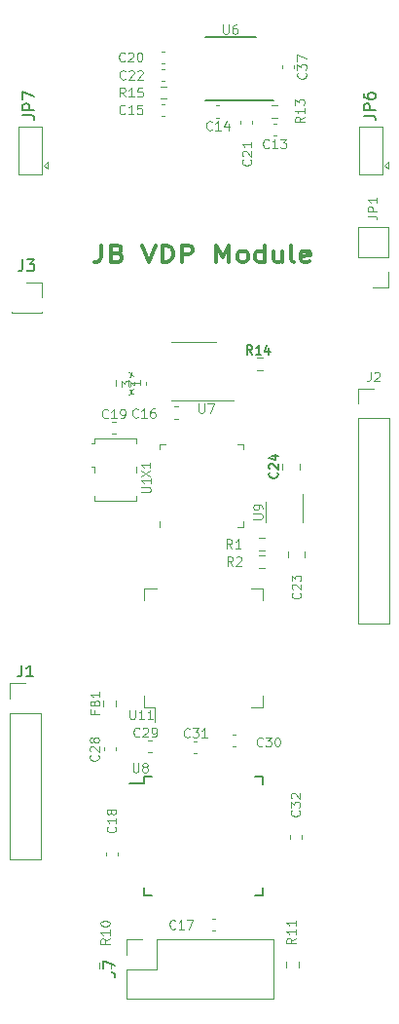
<source format=gto>
G04 #@! TF.GenerationSoftware,KiCad,Pcbnew,(5.1.12)-1*
G04 #@! TF.CreationDate,2022-05-19T15:12:52-07:00*
G04 #@! TF.ProjectId,vera-module-rev4,76657261-2d6d-46f6-9475-6c652d726576,rev?*
G04 #@! TF.SameCoordinates,Original*
G04 #@! TF.FileFunction,Legend,Top*
G04 #@! TF.FilePolarity,Positive*
%FSLAX46Y46*%
G04 Gerber Fmt 4.6, Leading zero omitted, Abs format (unit mm)*
G04 Created by KiCad (PCBNEW (5.1.12)-1) date 2022-05-19 15:12:52*
%MOMM*%
%LPD*%
G01*
G04 APERTURE LIST*
%ADD10C,0.300000*%
%ADD11C,0.120000*%
%ADD12C,0.150000*%
%ADD13C,0.100000*%
%ADD14C,0.140000*%
%ADD15O,1.802000X1.802000*%
G04 APERTURE END LIST*
D10*
X131424666Y-90239552D02*
X131424666Y-91275266D01*
X131343714Y-91482409D01*
X131181809Y-91620504D01*
X130938952Y-91689552D01*
X130777047Y-91689552D01*
X132800857Y-90930028D02*
X133043714Y-90999076D01*
X133124666Y-91068123D01*
X133205619Y-91206219D01*
X133205619Y-91413361D01*
X133124666Y-91551457D01*
X133043714Y-91620504D01*
X132881809Y-91689552D01*
X132234190Y-91689552D01*
X132234190Y-90239552D01*
X132800857Y-90239552D01*
X132962761Y-90308600D01*
X133043714Y-90377647D01*
X133124666Y-90515742D01*
X133124666Y-90653838D01*
X133043714Y-90791933D01*
X132962761Y-90860980D01*
X132800857Y-90930028D01*
X132234190Y-90930028D01*
X134986571Y-90239552D02*
X135553238Y-91689552D01*
X136119904Y-90239552D01*
X136686571Y-91689552D02*
X136686571Y-90239552D01*
X137091333Y-90239552D01*
X137334190Y-90308600D01*
X137496095Y-90446695D01*
X137577047Y-90584790D01*
X137658000Y-90860980D01*
X137658000Y-91068123D01*
X137577047Y-91344314D01*
X137496095Y-91482409D01*
X137334190Y-91620504D01*
X137091333Y-91689552D01*
X136686571Y-91689552D01*
X138386571Y-91689552D02*
X138386571Y-90239552D01*
X139034190Y-90239552D01*
X139196095Y-90308600D01*
X139277047Y-90377647D01*
X139358000Y-90515742D01*
X139358000Y-90722885D01*
X139277047Y-90860980D01*
X139196095Y-90930028D01*
X139034190Y-90999076D01*
X138386571Y-90999076D01*
X141381809Y-91689552D02*
X141381809Y-90239552D01*
X141948476Y-91275266D01*
X142515142Y-90239552D01*
X142515142Y-91689552D01*
X143567523Y-91689552D02*
X143405619Y-91620504D01*
X143324666Y-91551457D01*
X143243714Y-91413361D01*
X143243714Y-90999076D01*
X143324666Y-90860980D01*
X143405619Y-90791933D01*
X143567523Y-90722885D01*
X143810380Y-90722885D01*
X143972285Y-90791933D01*
X144053238Y-90860980D01*
X144134190Y-90999076D01*
X144134190Y-91413361D01*
X144053238Y-91551457D01*
X143972285Y-91620504D01*
X143810380Y-91689552D01*
X143567523Y-91689552D01*
X145591333Y-91689552D02*
X145591333Y-90239552D01*
X145591333Y-91620504D02*
X145429428Y-91689552D01*
X145105619Y-91689552D01*
X144943714Y-91620504D01*
X144862761Y-91551457D01*
X144781809Y-91413361D01*
X144781809Y-90999076D01*
X144862761Y-90860980D01*
X144943714Y-90791933D01*
X145105619Y-90722885D01*
X145429428Y-90722885D01*
X145591333Y-90791933D01*
X147129428Y-90722885D02*
X147129428Y-91689552D01*
X146400857Y-90722885D02*
X146400857Y-91482409D01*
X146481809Y-91620504D01*
X146643714Y-91689552D01*
X146886571Y-91689552D01*
X147048476Y-91620504D01*
X147129428Y-91551457D01*
X148181809Y-91689552D02*
X148019904Y-91620504D01*
X147938952Y-91482409D01*
X147938952Y-90239552D01*
X149477047Y-91620504D02*
X149315142Y-91689552D01*
X148991333Y-91689552D01*
X148829428Y-91620504D01*
X148748476Y-91482409D01*
X148748476Y-90930028D01*
X148829428Y-90791933D01*
X148991333Y-90722885D01*
X149315142Y-90722885D01*
X149477047Y-90791933D01*
X149558000Y-90930028D01*
X149558000Y-91068123D01*
X148748476Y-91206219D01*
D11*
X124891800Y-93450100D02*
X126221800Y-93450100D01*
X126221800Y-93450100D02*
X126221800Y-94780100D01*
X126221800Y-95990100D02*
X126221800Y-96110100D01*
X123561800Y-95990100D02*
X123561800Y-96110100D01*
X123561800Y-96110100D02*
X126221800Y-96110100D01*
D12*
X144821000Y-72116100D02*
X140421000Y-72116100D01*
X146396000Y-77641100D02*
X140421000Y-77641100D01*
D11*
X136526176Y-76439500D02*
X137035624Y-76439500D01*
X136526176Y-77484500D02*
X137035624Y-77484500D01*
X146738424Y-79135500D02*
X146228976Y-79135500D01*
X146738424Y-78090500D02*
X146228976Y-78090500D01*
X148147500Y-74592133D02*
X148147500Y-74884667D01*
X147127500Y-74592133D02*
X147127500Y-74884667D01*
X136926367Y-75948000D02*
X136633833Y-75948000D01*
X136926367Y-74928000D02*
X136633833Y-74928000D01*
X144540700Y-79382233D02*
X144540700Y-79674767D01*
X143520700Y-79382233D02*
X143520700Y-79674767D01*
X136900967Y-74411300D02*
X136608433Y-74411300D01*
X136900967Y-73391300D02*
X136608433Y-73391300D01*
X136633833Y-77976000D02*
X136926367Y-77976000D01*
X136633833Y-78996000D02*
X136926367Y-78996000D01*
X141676167Y-79123000D02*
X141383633Y-79123000D01*
X141676167Y-78103000D02*
X141383633Y-78103000D01*
X146628067Y-80659700D02*
X146335533Y-80659700D01*
X146628067Y-79639700D02*
X146335533Y-79639700D01*
X132675100Y-102475124D02*
X132675100Y-101965676D01*
X133720100Y-102475124D02*
X133720100Y-101965676D01*
X145413824Y-101068400D02*
X144904376Y-101068400D01*
X145413824Y-100023400D02*
X144904376Y-100023400D01*
X134300500Y-102369667D02*
X134300500Y-102077133D01*
X135320500Y-102369667D02*
X135320500Y-102077133D01*
X138042867Y-105285000D02*
X137750333Y-105285000D01*
X138042867Y-104265000D02*
X137750333Y-104265000D01*
X147156500Y-109722552D02*
X147156500Y-109200048D01*
X148626500Y-109722552D02*
X148626500Y-109200048D01*
X145620824Y-118264200D02*
X145111376Y-118264200D01*
X145620824Y-117219200D02*
X145111376Y-117219200D01*
X145608124Y-116740200D02*
X145098676Y-116740200D01*
X145608124Y-115695200D02*
X145098676Y-115695200D01*
X132640600Y-130262724D02*
X132640600Y-129753276D01*
X131595600Y-130262724D02*
X131595600Y-129753276D01*
X135134600Y-130397000D02*
X136084600Y-130397000D01*
X135134600Y-120047000D02*
X136184600Y-120047000D01*
X145484600Y-120047000D02*
X144434600Y-120047000D01*
X145484600Y-130397000D02*
X144434600Y-130397000D01*
X135134600Y-130397000D02*
X135134600Y-129347000D01*
X145484600Y-130397000D02*
X145484600Y-129347000D01*
X145484600Y-120047000D02*
X145484600Y-121097000D01*
X135134600Y-120047000D02*
X135134600Y-121097000D01*
X136084600Y-130397000D02*
X136084600Y-131672000D01*
X148541000Y-153008424D02*
X148541000Y-152498976D01*
X147496000Y-153008424D02*
X147496000Y-152498976D01*
X132234200Y-153059224D02*
X132234200Y-152549776D01*
X131189200Y-153059224D02*
X131189200Y-152549776D01*
X147813300Y-141485233D02*
X147813300Y-141777767D01*
X148833300Y-141485233D02*
X148833300Y-141777767D01*
X139412933Y-134342600D02*
X139705467Y-134342600D01*
X139412933Y-133322600D02*
X139705467Y-133322600D01*
X132856700Y-143263667D02*
X132856700Y-142971133D01*
X131836700Y-143263667D02*
X131836700Y-142971133D01*
X141002633Y-149811200D02*
X141295167Y-149811200D01*
X141002633Y-148791200D02*
X141295167Y-148791200D01*
X124222000Y-84058500D02*
X124222000Y-79958500D01*
X124222000Y-79958500D02*
X126222000Y-79958500D01*
X126222000Y-79958500D02*
X126222000Y-84058500D01*
X126222000Y-84058500D02*
X124222000Y-84058500D01*
X126422000Y-83308500D02*
X126722000Y-83608500D01*
X126722000Y-83608500D02*
X126722000Y-83008500D01*
X126422000Y-83308500D02*
X126722000Y-83008500D01*
X153825700Y-84058500D02*
X153825700Y-79958500D01*
X153825700Y-79958500D02*
X155825700Y-79958500D01*
X155825700Y-79958500D02*
X155825700Y-84058500D01*
X155825700Y-84058500D02*
X153825700Y-84058500D01*
X156025700Y-83308500D02*
X156325700Y-83608500D01*
X156325700Y-83608500D02*
X156325700Y-83008500D01*
X156025700Y-83308500D02*
X156325700Y-83008500D01*
X133582100Y-151853900D02*
X133582100Y-150523900D01*
X133582100Y-150523900D02*
X134912100Y-150523900D01*
X133582100Y-153123900D02*
X136182100Y-153123900D01*
X136182100Y-153123900D02*
X136182100Y-150523900D01*
X136182100Y-150523900D02*
X146402100Y-150523900D01*
X146402100Y-155723900D02*
X146402100Y-150523900D01*
X133582100Y-155723900D02*
X146402100Y-155723900D01*
X133582100Y-155723900D02*
X133582100Y-153123900D01*
X123472900Y-128260800D02*
X124802900Y-128260800D01*
X123472900Y-129590800D02*
X123472900Y-128260800D01*
X123472900Y-130860800D02*
X126132900Y-130860800D01*
X126132900Y-130860800D02*
X126132900Y-143620800D01*
X123472900Y-130860800D02*
X123472900Y-143620800D01*
X123472900Y-143620800D02*
X126132900Y-143620800D01*
X142806033Y-133796500D02*
X143098567Y-133796500D01*
X142806033Y-132776500D02*
X143098567Y-132776500D01*
X135781167Y-133284500D02*
X135488633Y-133284500D01*
X135781167Y-134304500D02*
X135488633Y-134304500D01*
X131608100Y-133850333D02*
X131608100Y-134142867D01*
X132628100Y-133850333D02*
X132628100Y-134142867D01*
D12*
X135121900Y-136404600D02*
X135121900Y-136979600D01*
X145471900Y-136404600D02*
X145471900Y-137079600D01*
X145471900Y-146754600D02*
X145471900Y-146079600D01*
X135121900Y-146754600D02*
X135121900Y-146079600D01*
X135121900Y-136404600D02*
X135796900Y-136404600D01*
X135121900Y-146754600D02*
X135796900Y-146754600D01*
X145471900Y-146754600D02*
X144796900Y-146754600D01*
X145471900Y-136404600D02*
X144796900Y-136404600D01*
X135121900Y-136979600D02*
X133846900Y-136979600D01*
D11*
X156371600Y-88662200D02*
X153711600Y-88662200D01*
X156371600Y-91262200D02*
X156371600Y-88662200D01*
X153711600Y-91262200D02*
X153711600Y-88662200D01*
X156371600Y-91262200D02*
X153711600Y-91262200D01*
X156371600Y-92532200D02*
X156371600Y-93862200D01*
X156371600Y-93862200D02*
X155041600Y-93862200D01*
X132636379Y-106631200D02*
X132310821Y-106631200D01*
X132636379Y-105611200D02*
X132310821Y-105611200D01*
X134418300Y-111985300D02*
X134418300Y-112415300D01*
X134418300Y-112415300D02*
X130818300Y-112415300D01*
X130818300Y-112415300D02*
X130818300Y-111985300D01*
X134418300Y-109445300D02*
X134418300Y-109985300D01*
X130568300Y-107445300D02*
X130818300Y-107445300D01*
X130818300Y-107445300D02*
X130818300Y-107015300D01*
X130818300Y-107015300D02*
X134418300Y-107015300D01*
X134418300Y-107015300D02*
X134418300Y-107445300D01*
X130818300Y-109985300D02*
X130818300Y-109445300D01*
X130818300Y-109445300D02*
X130568300Y-109445300D01*
X145710000Y-112511000D02*
X145710000Y-114311000D01*
X148930000Y-114311000D02*
X148930000Y-111861000D01*
X139458700Y-98620900D02*
X137508700Y-98620900D01*
X139458700Y-98620900D02*
X141408700Y-98620900D01*
X139458700Y-103740900D02*
X137508700Y-103740900D01*
X139458700Y-103740900D02*
X142908700Y-103740900D01*
X136496400Y-107964600D02*
X136496400Y-107489600D01*
X136496400Y-107489600D02*
X136971400Y-107489600D01*
X143716400Y-114234600D02*
X143716400Y-114709600D01*
X143716400Y-114709600D02*
X143241400Y-114709600D01*
X143716400Y-107964600D02*
X143716400Y-107489600D01*
X143716400Y-107489600D02*
X143241400Y-107489600D01*
X136496400Y-114234600D02*
X136496400Y-114709600D01*
X153762400Y-123123000D02*
X156422400Y-123123000D01*
X153762400Y-105283000D02*
X153762400Y-123123000D01*
X156422400Y-105283000D02*
X156422400Y-123123000D01*
X153762400Y-105283000D02*
X156422400Y-105283000D01*
X153762400Y-104013000D02*
X153762400Y-102683000D01*
X153762400Y-102683000D02*
X155092400Y-102683000D01*
X149058700Y-116871222D02*
X149058700Y-117388378D01*
X147638700Y-116871222D02*
X147638700Y-117388378D01*
D12*
X124558466Y-91462480D02*
X124558466Y-92176766D01*
X124510847Y-92319623D01*
X124415609Y-92414861D01*
X124272752Y-92462480D01*
X124177514Y-92462480D01*
X124939419Y-91462480D02*
X125558466Y-91462480D01*
X125225133Y-91843433D01*
X125367990Y-91843433D01*
X125463228Y-91891052D01*
X125510847Y-91938671D01*
X125558466Y-92033909D01*
X125558466Y-92272004D01*
X125510847Y-92367242D01*
X125463228Y-92414861D01*
X125367990Y-92462480D01*
X125082276Y-92462480D01*
X124987038Y-92414861D01*
X124939419Y-92367242D01*
D13*
X142011476Y-71053004D02*
X142011476Y-71700623D01*
X142049571Y-71776814D01*
X142087666Y-71814909D01*
X142163857Y-71853004D01*
X142316238Y-71853004D01*
X142392428Y-71814909D01*
X142430523Y-71776814D01*
X142468619Y-71700623D01*
X142468619Y-71053004D01*
X143192428Y-71053004D02*
X143040047Y-71053004D01*
X142963857Y-71091100D01*
X142925761Y-71129195D01*
X142849571Y-71243480D01*
X142811476Y-71395861D01*
X142811476Y-71700623D01*
X142849571Y-71776814D01*
X142887666Y-71814909D01*
X142963857Y-71853004D01*
X143116238Y-71853004D01*
X143192428Y-71814909D01*
X143230523Y-71776814D01*
X143268619Y-71700623D01*
X143268619Y-71510147D01*
X143230523Y-71433957D01*
X143192428Y-71395861D01*
X143116238Y-71357766D01*
X142963857Y-71357766D01*
X142887666Y-71395861D01*
X142849571Y-71433957D01*
X142811476Y-71510147D01*
X133474514Y-77336604D02*
X133207847Y-76955652D01*
X133017371Y-77336604D02*
X133017371Y-76536604D01*
X133322133Y-76536604D01*
X133398323Y-76574700D01*
X133436419Y-76612795D01*
X133474514Y-76688985D01*
X133474514Y-76803271D01*
X133436419Y-76879461D01*
X133398323Y-76917557D01*
X133322133Y-76955652D01*
X133017371Y-76955652D01*
X134236419Y-77336604D02*
X133779276Y-77336604D01*
X134007847Y-77336604D02*
X134007847Y-76536604D01*
X133931657Y-76650890D01*
X133855466Y-76727080D01*
X133779276Y-76765176D01*
X134960228Y-76536604D02*
X134579276Y-76536604D01*
X134541180Y-76917557D01*
X134579276Y-76879461D01*
X134655466Y-76841366D01*
X134845942Y-76841366D01*
X134922133Y-76879461D01*
X134960228Y-76917557D01*
X134998323Y-76993747D01*
X134998323Y-77184223D01*
X134960228Y-77260414D01*
X134922133Y-77298509D01*
X134845942Y-77336604D01*
X134655466Y-77336604D01*
X134579276Y-77298509D01*
X134541180Y-77260414D01*
X149066204Y-79063785D02*
X148685252Y-79330452D01*
X149066204Y-79520928D02*
X148266204Y-79520928D01*
X148266204Y-79216166D01*
X148304300Y-79139976D01*
X148342395Y-79101880D01*
X148418585Y-79063785D01*
X148532871Y-79063785D01*
X148609061Y-79101880D01*
X148647157Y-79139976D01*
X148685252Y-79216166D01*
X148685252Y-79520928D01*
X149066204Y-78301880D02*
X149066204Y-78759023D01*
X149066204Y-78530452D02*
X148266204Y-78530452D01*
X148380490Y-78606642D01*
X148456680Y-78682833D01*
X148494776Y-78759023D01*
X148266204Y-78035214D02*
X148266204Y-77539976D01*
X148570966Y-77806642D01*
X148570966Y-77692357D01*
X148609061Y-77616166D01*
X148647157Y-77578071D01*
X148723347Y-77539976D01*
X148913823Y-77539976D01*
X148990014Y-77578071D01*
X149028109Y-77616166D01*
X149066204Y-77692357D01*
X149066204Y-77920928D01*
X149028109Y-77997119D01*
X148990014Y-78035214D01*
X149167814Y-75241085D02*
X149205909Y-75279180D01*
X149244004Y-75393466D01*
X149244004Y-75469657D01*
X149205909Y-75583942D01*
X149129719Y-75660133D01*
X149053528Y-75698228D01*
X148901147Y-75736323D01*
X148786861Y-75736323D01*
X148634480Y-75698228D01*
X148558290Y-75660133D01*
X148482100Y-75583942D01*
X148444004Y-75469657D01*
X148444004Y-75393466D01*
X148482100Y-75279180D01*
X148520195Y-75241085D01*
X148444004Y-74974419D02*
X148444004Y-74479180D01*
X148748766Y-74745847D01*
X148748766Y-74631561D01*
X148786861Y-74555371D01*
X148824957Y-74517276D01*
X148901147Y-74479180D01*
X149091623Y-74479180D01*
X149167814Y-74517276D01*
X149205909Y-74555371D01*
X149244004Y-74631561D01*
X149244004Y-74860133D01*
X149205909Y-74936323D01*
X149167814Y-74974419D01*
X148444004Y-74212514D02*
X148444004Y-73679180D01*
X149244004Y-74022038D01*
X133483414Y-75749114D02*
X133445319Y-75787209D01*
X133331033Y-75825304D01*
X133254842Y-75825304D01*
X133140557Y-75787209D01*
X133064366Y-75711019D01*
X133026271Y-75634828D01*
X132988176Y-75482447D01*
X132988176Y-75368161D01*
X133026271Y-75215780D01*
X133064366Y-75139590D01*
X133140557Y-75063400D01*
X133254842Y-75025304D01*
X133331033Y-75025304D01*
X133445319Y-75063400D01*
X133483414Y-75101495D01*
X133788176Y-75101495D02*
X133826271Y-75063400D01*
X133902461Y-75025304D01*
X134092938Y-75025304D01*
X134169128Y-75063400D01*
X134207223Y-75101495D01*
X134245319Y-75177685D01*
X134245319Y-75253876D01*
X134207223Y-75368161D01*
X133750080Y-75825304D01*
X134245319Y-75825304D01*
X134550080Y-75101495D02*
X134588176Y-75063400D01*
X134664366Y-75025304D01*
X134854842Y-75025304D01*
X134931033Y-75063400D01*
X134969128Y-75101495D01*
X135007223Y-75177685D01*
X135007223Y-75253876D01*
X134969128Y-75368161D01*
X134511985Y-75825304D01*
X135007223Y-75825304D01*
X144367214Y-82784885D02*
X144405309Y-82822980D01*
X144443404Y-82937266D01*
X144443404Y-83013457D01*
X144405309Y-83127742D01*
X144329119Y-83203933D01*
X144252928Y-83242028D01*
X144100547Y-83280123D01*
X143986261Y-83280123D01*
X143833880Y-83242028D01*
X143757690Y-83203933D01*
X143681500Y-83127742D01*
X143643404Y-83013457D01*
X143643404Y-82937266D01*
X143681500Y-82822980D01*
X143719595Y-82784885D01*
X143719595Y-82480123D02*
X143681500Y-82442028D01*
X143643404Y-82365838D01*
X143643404Y-82175361D01*
X143681500Y-82099171D01*
X143719595Y-82061076D01*
X143795785Y-82022980D01*
X143871976Y-82022980D01*
X143986261Y-82061076D01*
X144443404Y-82518219D01*
X144443404Y-82022980D01*
X144443404Y-81261076D02*
X144443404Y-81718219D01*
X144443404Y-81489647D02*
X143643404Y-81489647D01*
X143757690Y-81565838D01*
X143833880Y-81642028D01*
X143871976Y-81718219D01*
X133445314Y-74187014D02*
X133407219Y-74225109D01*
X133292933Y-74263204D01*
X133216742Y-74263204D01*
X133102457Y-74225109D01*
X133026266Y-74148919D01*
X132988171Y-74072728D01*
X132950076Y-73920347D01*
X132950076Y-73806061D01*
X132988171Y-73653680D01*
X133026266Y-73577490D01*
X133102457Y-73501300D01*
X133216742Y-73463204D01*
X133292933Y-73463204D01*
X133407219Y-73501300D01*
X133445314Y-73539395D01*
X133750076Y-73539395D02*
X133788171Y-73501300D01*
X133864361Y-73463204D01*
X134054838Y-73463204D01*
X134131028Y-73501300D01*
X134169123Y-73539395D01*
X134207219Y-73615585D01*
X134207219Y-73691776D01*
X134169123Y-73806061D01*
X133711980Y-74263204D01*
X134207219Y-74263204D01*
X134702457Y-73463204D02*
X134778647Y-73463204D01*
X134854838Y-73501300D01*
X134892933Y-73539395D01*
X134931028Y-73615585D01*
X134969123Y-73767966D01*
X134969123Y-73958442D01*
X134931028Y-74110823D01*
X134892933Y-74187014D01*
X134854838Y-74225109D01*
X134778647Y-74263204D01*
X134702457Y-74263204D01*
X134626266Y-74225109D01*
X134588171Y-74187014D01*
X134550076Y-74110823D01*
X134511980Y-73958442D01*
X134511980Y-73767966D01*
X134550076Y-73615585D01*
X134588171Y-73539395D01*
X134626266Y-73501300D01*
X134702457Y-73463204D01*
X133458014Y-78746314D02*
X133419919Y-78784409D01*
X133305633Y-78822504D01*
X133229442Y-78822504D01*
X133115157Y-78784409D01*
X133038966Y-78708219D01*
X133000871Y-78632028D01*
X132962776Y-78479647D01*
X132962776Y-78365361D01*
X133000871Y-78212980D01*
X133038966Y-78136790D01*
X133115157Y-78060600D01*
X133229442Y-78022504D01*
X133305633Y-78022504D01*
X133419919Y-78060600D01*
X133458014Y-78098695D01*
X134219919Y-78822504D02*
X133762776Y-78822504D01*
X133991347Y-78822504D02*
X133991347Y-78022504D01*
X133915157Y-78136790D01*
X133838966Y-78212980D01*
X133762776Y-78251076D01*
X134943728Y-78022504D02*
X134562776Y-78022504D01*
X134524680Y-78403457D01*
X134562776Y-78365361D01*
X134638966Y-78327266D01*
X134829442Y-78327266D01*
X134905633Y-78365361D01*
X134943728Y-78403457D01*
X134981823Y-78479647D01*
X134981823Y-78670123D01*
X134943728Y-78746314D01*
X134905633Y-78784409D01*
X134829442Y-78822504D01*
X134638966Y-78822504D01*
X134562776Y-78784409D01*
X134524680Y-78746314D01*
X141014514Y-80156014D02*
X140976419Y-80194109D01*
X140862133Y-80232204D01*
X140785942Y-80232204D01*
X140671657Y-80194109D01*
X140595466Y-80117919D01*
X140557371Y-80041728D01*
X140519276Y-79889347D01*
X140519276Y-79775061D01*
X140557371Y-79622680D01*
X140595466Y-79546490D01*
X140671657Y-79470300D01*
X140785942Y-79432204D01*
X140862133Y-79432204D01*
X140976419Y-79470300D01*
X141014514Y-79508395D01*
X141776419Y-80232204D02*
X141319276Y-80232204D01*
X141547847Y-80232204D02*
X141547847Y-79432204D01*
X141471657Y-79546490D01*
X141395466Y-79622680D01*
X141319276Y-79660776D01*
X142462133Y-79698871D02*
X142462133Y-80232204D01*
X142271657Y-79394109D02*
X142081180Y-79965538D01*
X142576419Y-79965538D01*
X145967514Y-81718114D02*
X145929419Y-81756209D01*
X145815133Y-81794304D01*
X145738942Y-81794304D01*
X145624657Y-81756209D01*
X145548466Y-81680019D01*
X145510371Y-81603828D01*
X145472276Y-81451447D01*
X145472276Y-81337161D01*
X145510371Y-81184780D01*
X145548466Y-81108590D01*
X145624657Y-81032400D01*
X145738942Y-80994304D01*
X145815133Y-80994304D01*
X145929419Y-81032400D01*
X145967514Y-81070495D01*
X146729419Y-81794304D02*
X146272276Y-81794304D01*
X146500847Y-81794304D02*
X146500847Y-80994304D01*
X146424657Y-81108590D01*
X146348466Y-81184780D01*
X146272276Y-81222876D01*
X146996085Y-80994304D02*
X147491323Y-80994304D01*
X147224657Y-81299066D01*
X147338942Y-81299066D01*
X147415133Y-81337161D01*
X147453228Y-81375257D01*
X147491323Y-81451447D01*
X147491323Y-81641923D01*
X147453228Y-81718114D01*
X147415133Y-81756209D01*
X147338942Y-81794304D01*
X147110371Y-81794304D01*
X147034180Y-81756209D01*
X146996085Y-81718114D01*
X134791404Y-102709285D02*
X134410452Y-102975952D01*
X134791404Y-103166428D02*
X133991404Y-103166428D01*
X133991404Y-102861666D01*
X134029500Y-102785476D01*
X134067595Y-102747380D01*
X134143785Y-102709285D01*
X134258071Y-102709285D01*
X134334261Y-102747380D01*
X134372357Y-102785476D01*
X134410452Y-102861666D01*
X134410452Y-103166428D01*
X134791404Y-101947380D02*
X134791404Y-102404523D01*
X134791404Y-102175952D02*
X133991404Y-102175952D01*
X134105690Y-102252142D01*
X134181880Y-102328333D01*
X134219976Y-102404523D01*
X133991404Y-101261666D02*
X133991404Y-101414047D01*
X134029500Y-101490238D01*
X134067595Y-101528333D01*
X134181880Y-101604523D01*
X134334261Y-101642619D01*
X134639023Y-101642619D01*
X134715214Y-101604523D01*
X134753309Y-101566428D01*
X134791404Y-101490238D01*
X134791404Y-101337857D01*
X134753309Y-101261666D01*
X134715214Y-101223571D01*
X134639023Y-101185476D01*
X134448547Y-101185476D01*
X134372357Y-101223571D01*
X134334261Y-101261666D01*
X134296166Y-101337857D01*
X134296166Y-101490238D01*
X134334261Y-101566428D01*
X134372357Y-101604523D01*
X134448547Y-101642619D01*
D14*
X144532414Y-99714004D02*
X144265747Y-99333052D01*
X144075271Y-99714004D02*
X144075271Y-98914004D01*
X144380033Y-98914004D01*
X144456223Y-98952100D01*
X144494319Y-98990195D01*
X144532414Y-99066385D01*
X144532414Y-99180671D01*
X144494319Y-99256861D01*
X144456223Y-99294957D01*
X144380033Y-99333052D01*
X144075271Y-99333052D01*
X145294319Y-99714004D02*
X144837176Y-99714004D01*
X145065747Y-99714004D02*
X145065747Y-98914004D01*
X144989557Y-99028290D01*
X144913366Y-99104480D01*
X144837176Y-99142576D01*
X145980033Y-99180671D02*
X145980033Y-99714004D01*
X145789557Y-98875909D02*
X145599080Y-99447338D01*
X146094319Y-99447338D01*
D13*
X133864314Y-102761985D02*
X133902409Y-102800080D01*
X133940504Y-102914366D01*
X133940504Y-102990557D01*
X133902409Y-103104842D01*
X133826219Y-103181033D01*
X133750028Y-103219128D01*
X133597647Y-103257223D01*
X133483361Y-103257223D01*
X133330980Y-103219128D01*
X133254790Y-103181033D01*
X133178600Y-103104842D01*
X133140504Y-102990557D01*
X133140504Y-102914366D01*
X133178600Y-102800080D01*
X133216695Y-102761985D01*
X133140504Y-102495319D02*
X133140504Y-102000080D01*
X133445266Y-102266747D01*
X133445266Y-102152461D01*
X133483361Y-102076271D01*
X133521457Y-102038176D01*
X133597647Y-102000080D01*
X133788123Y-102000080D01*
X133864314Y-102038176D01*
X133902409Y-102076271D01*
X133940504Y-102152461D01*
X133940504Y-102381033D01*
X133902409Y-102457223D01*
X133864314Y-102495319D01*
X133140504Y-101276271D02*
X133140504Y-101657223D01*
X133521457Y-101695319D01*
X133483361Y-101657223D01*
X133445266Y-101581033D01*
X133445266Y-101390557D01*
X133483361Y-101314366D01*
X133521457Y-101276271D01*
X133597647Y-101238176D01*
X133788123Y-101238176D01*
X133864314Y-101276271D01*
X133902409Y-101314366D01*
X133940504Y-101390557D01*
X133940504Y-101581033D01*
X133902409Y-101657223D01*
X133864314Y-101695319D01*
X134574514Y-105136914D02*
X134536419Y-105175009D01*
X134422133Y-105213104D01*
X134345942Y-105213104D01*
X134231657Y-105175009D01*
X134155466Y-105098819D01*
X134117371Y-105022628D01*
X134079276Y-104870247D01*
X134079276Y-104755961D01*
X134117371Y-104603580D01*
X134155466Y-104527390D01*
X134231657Y-104451200D01*
X134345942Y-104413104D01*
X134422133Y-104413104D01*
X134536419Y-104451200D01*
X134574514Y-104489295D01*
X135336419Y-105213104D02*
X134879276Y-105213104D01*
X135107847Y-105213104D02*
X135107847Y-104413104D01*
X135031657Y-104527390D01*
X134955466Y-104603580D01*
X134879276Y-104641676D01*
X136022133Y-104413104D02*
X135869752Y-104413104D01*
X135793561Y-104451200D01*
X135755466Y-104489295D01*
X135679276Y-104603580D01*
X135641180Y-104755961D01*
X135641180Y-105060723D01*
X135679276Y-105136914D01*
X135717371Y-105175009D01*
X135793561Y-105213104D01*
X135945942Y-105213104D01*
X136022133Y-105175009D01*
X136060228Y-105136914D01*
X136098323Y-105060723D01*
X136098323Y-104870247D01*
X136060228Y-104794057D01*
X136022133Y-104755961D01*
X135945942Y-104717866D01*
X135793561Y-104717866D01*
X135717371Y-104755961D01*
X135679276Y-104794057D01*
X135641180Y-104870247D01*
D12*
X146704014Y-109962885D02*
X146742109Y-110000980D01*
X146780204Y-110115266D01*
X146780204Y-110191457D01*
X146742109Y-110305742D01*
X146665919Y-110381933D01*
X146589728Y-110420028D01*
X146437347Y-110458123D01*
X146323061Y-110458123D01*
X146170680Y-110420028D01*
X146094490Y-110381933D01*
X146018300Y-110305742D01*
X145980204Y-110191457D01*
X145980204Y-110115266D01*
X146018300Y-110000980D01*
X146056395Y-109962885D01*
X146056395Y-109658123D02*
X146018300Y-109620028D01*
X145980204Y-109543838D01*
X145980204Y-109353361D01*
X146018300Y-109277171D01*
X146056395Y-109239076D01*
X146132585Y-109200980D01*
X146208776Y-109200980D01*
X146323061Y-109239076D01*
X146780204Y-109696219D01*
X146780204Y-109200980D01*
X146246871Y-108515266D02*
X146780204Y-108515266D01*
X145942109Y-108705742D02*
X146513538Y-108896219D01*
X146513538Y-108400980D01*
D13*
X142821666Y-118078204D02*
X142555000Y-117697252D01*
X142364523Y-118078204D02*
X142364523Y-117278204D01*
X142669285Y-117278204D01*
X142745476Y-117316300D01*
X142783571Y-117354395D01*
X142821666Y-117430585D01*
X142821666Y-117544871D01*
X142783571Y-117621061D01*
X142745476Y-117659157D01*
X142669285Y-117697252D01*
X142364523Y-117697252D01*
X143126428Y-117354395D02*
X143164523Y-117316300D01*
X143240714Y-117278204D01*
X143431190Y-117278204D01*
X143507380Y-117316300D01*
X143545476Y-117354395D01*
X143583571Y-117430585D01*
X143583571Y-117506776D01*
X143545476Y-117621061D01*
X143088333Y-118078204D01*
X143583571Y-118078204D01*
X142758166Y-116579604D02*
X142491500Y-116198652D01*
X142301023Y-116579604D02*
X142301023Y-115779604D01*
X142605785Y-115779604D01*
X142681976Y-115817700D01*
X142720071Y-115855795D01*
X142758166Y-115931985D01*
X142758166Y-116046271D01*
X142720071Y-116122461D01*
X142681976Y-116160557D01*
X142605785Y-116198652D01*
X142301023Y-116198652D01*
X143520071Y-116579604D02*
X143062928Y-116579604D01*
X143291500Y-116579604D02*
X143291500Y-115779604D01*
X143215309Y-115893890D01*
X143139119Y-115970080D01*
X143062928Y-116008176D01*
X130829057Y-130676566D02*
X130829057Y-130943233D01*
X131248104Y-130943233D02*
X130448104Y-130943233D01*
X130448104Y-130562280D01*
X130829057Y-129990852D02*
X130867152Y-129876566D01*
X130905247Y-129838471D01*
X130981438Y-129800376D01*
X131095723Y-129800376D01*
X131171914Y-129838471D01*
X131210009Y-129876566D01*
X131248104Y-129952757D01*
X131248104Y-130257519D01*
X130448104Y-130257519D01*
X130448104Y-129990852D01*
X130486200Y-129914661D01*
X130524295Y-129876566D01*
X130600485Y-129838471D01*
X130676676Y-129838471D01*
X130752866Y-129876566D01*
X130790961Y-129914661D01*
X130829057Y-129990852D01*
X130829057Y-130257519D01*
X131248104Y-129038471D02*
X131248104Y-129495614D01*
X131248104Y-129267042D02*
X130448104Y-129267042D01*
X130562390Y-129343233D01*
X130638580Y-129419423D01*
X130676676Y-129495614D01*
X133870823Y-130613204D02*
X133870823Y-131260823D01*
X133908919Y-131337014D01*
X133947014Y-131375109D01*
X134023204Y-131413204D01*
X134175585Y-131413204D01*
X134251776Y-131375109D01*
X134289871Y-131337014D01*
X134327966Y-131260823D01*
X134327966Y-130613204D01*
X135127966Y-131413204D02*
X134670823Y-131413204D01*
X134899395Y-131413204D02*
X134899395Y-130613204D01*
X134823204Y-130727490D01*
X134747014Y-130803680D01*
X134670823Y-130841776D01*
X135889871Y-131413204D02*
X135432728Y-131413204D01*
X135661300Y-131413204D02*
X135661300Y-130613204D01*
X135585109Y-130727490D01*
X135508919Y-130803680D01*
X135432728Y-130841776D01*
X148304204Y-150435885D02*
X147923252Y-150702552D01*
X148304204Y-150893028D02*
X147504204Y-150893028D01*
X147504204Y-150588266D01*
X147542300Y-150512076D01*
X147580395Y-150473980D01*
X147656585Y-150435885D01*
X147770871Y-150435885D01*
X147847061Y-150473980D01*
X147885157Y-150512076D01*
X147923252Y-150588266D01*
X147923252Y-150893028D01*
X148304204Y-149673980D02*
X148304204Y-150131123D01*
X148304204Y-149902552D02*
X147504204Y-149902552D01*
X147618490Y-149978742D01*
X147694680Y-150054933D01*
X147732776Y-150131123D01*
X148304204Y-148912076D02*
X148304204Y-149369219D01*
X148304204Y-149140647D02*
X147504204Y-149140647D01*
X147618490Y-149216838D01*
X147694680Y-149293028D01*
X147732776Y-149369219D01*
X132111704Y-150463185D02*
X131730752Y-150729852D01*
X132111704Y-150920328D02*
X131311704Y-150920328D01*
X131311704Y-150615566D01*
X131349800Y-150539376D01*
X131387895Y-150501280D01*
X131464085Y-150463185D01*
X131578371Y-150463185D01*
X131654561Y-150501280D01*
X131692657Y-150539376D01*
X131730752Y-150615566D01*
X131730752Y-150920328D01*
X132111704Y-149701280D02*
X132111704Y-150158423D01*
X132111704Y-149929852D02*
X131311704Y-149929852D01*
X131425990Y-150006042D01*
X131502180Y-150082233D01*
X131540276Y-150158423D01*
X131311704Y-149206042D02*
X131311704Y-149129852D01*
X131349800Y-149053661D01*
X131387895Y-149015566D01*
X131464085Y-148977471D01*
X131616466Y-148939376D01*
X131806942Y-148939376D01*
X131959323Y-148977471D01*
X132035514Y-149015566D01*
X132073609Y-149053661D01*
X132111704Y-149129852D01*
X132111704Y-149206042D01*
X132073609Y-149282233D01*
X132035514Y-149320328D01*
X131959323Y-149358423D01*
X131806942Y-149396519D01*
X131616466Y-149396519D01*
X131464085Y-149358423D01*
X131387895Y-149320328D01*
X131349800Y-149282233D01*
X131311704Y-149206042D01*
X148609014Y-139337985D02*
X148647109Y-139376080D01*
X148685204Y-139490366D01*
X148685204Y-139566557D01*
X148647109Y-139680842D01*
X148570919Y-139757033D01*
X148494728Y-139795128D01*
X148342347Y-139833223D01*
X148228061Y-139833223D01*
X148075680Y-139795128D01*
X147999490Y-139757033D01*
X147923300Y-139680842D01*
X147885204Y-139566557D01*
X147885204Y-139490366D01*
X147923300Y-139376080D01*
X147961395Y-139337985D01*
X147885204Y-139071319D02*
X147885204Y-138576080D01*
X148189966Y-138842747D01*
X148189966Y-138728461D01*
X148228061Y-138652271D01*
X148266157Y-138614176D01*
X148342347Y-138576080D01*
X148532823Y-138576080D01*
X148609014Y-138614176D01*
X148647109Y-138652271D01*
X148685204Y-138728461D01*
X148685204Y-138957033D01*
X148647109Y-139033223D01*
X148609014Y-139071319D01*
X147961395Y-138271319D02*
X147923300Y-138233223D01*
X147885204Y-138157033D01*
X147885204Y-137966557D01*
X147923300Y-137890366D01*
X147961395Y-137852271D01*
X148037585Y-137814176D01*
X148113776Y-137814176D01*
X148228061Y-137852271D01*
X148685204Y-138309414D01*
X148685204Y-137814176D01*
X139071414Y-132924514D02*
X139033319Y-132962609D01*
X138919033Y-133000704D01*
X138842842Y-133000704D01*
X138728557Y-132962609D01*
X138652366Y-132886419D01*
X138614271Y-132810228D01*
X138576176Y-132657847D01*
X138576176Y-132543561D01*
X138614271Y-132391180D01*
X138652366Y-132314990D01*
X138728557Y-132238800D01*
X138842842Y-132200704D01*
X138919033Y-132200704D01*
X139033319Y-132238800D01*
X139071414Y-132276895D01*
X139338080Y-132200704D02*
X139833319Y-132200704D01*
X139566652Y-132505466D01*
X139680938Y-132505466D01*
X139757128Y-132543561D01*
X139795223Y-132581657D01*
X139833319Y-132657847D01*
X139833319Y-132848323D01*
X139795223Y-132924514D01*
X139757128Y-132962609D01*
X139680938Y-133000704D01*
X139452366Y-133000704D01*
X139376176Y-132962609D01*
X139338080Y-132924514D01*
X140595223Y-133000704D02*
X140138080Y-133000704D01*
X140366652Y-133000704D02*
X140366652Y-132200704D01*
X140290461Y-132314990D01*
X140214271Y-132391180D01*
X140138080Y-132429276D01*
X132594314Y-140761485D02*
X132632409Y-140799580D01*
X132670504Y-140913866D01*
X132670504Y-140990057D01*
X132632409Y-141104342D01*
X132556219Y-141180533D01*
X132480028Y-141218628D01*
X132327647Y-141256723D01*
X132213361Y-141256723D01*
X132060980Y-141218628D01*
X131984790Y-141180533D01*
X131908600Y-141104342D01*
X131870504Y-140990057D01*
X131870504Y-140913866D01*
X131908600Y-140799580D01*
X131946695Y-140761485D01*
X132670504Y-139999580D02*
X132670504Y-140456723D01*
X132670504Y-140228152D02*
X131870504Y-140228152D01*
X131984790Y-140304342D01*
X132060980Y-140380533D01*
X132099076Y-140456723D01*
X132213361Y-139542438D02*
X132175266Y-139618628D01*
X132137171Y-139656723D01*
X132060980Y-139694819D01*
X132022885Y-139694819D01*
X131946695Y-139656723D01*
X131908600Y-139618628D01*
X131870504Y-139542438D01*
X131870504Y-139390057D01*
X131908600Y-139313866D01*
X131946695Y-139275771D01*
X132022885Y-139237676D01*
X132060980Y-139237676D01*
X132137171Y-139275771D01*
X132175266Y-139313866D01*
X132213361Y-139390057D01*
X132213361Y-139542438D01*
X132251457Y-139618628D01*
X132289552Y-139656723D01*
X132365742Y-139694819D01*
X132518123Y-139694819D01*
X132594314Y-139656723D01*
X132632409Y-139618628D01*
X132670504Y-139542438D01*
X132670504Y-139390057D01*
X132632409Y-139313866D01*
X132594314Y-139275771D01*
X132518123Y-139237676D01*
X132365742Y-139237676D01*
X132289552Y-139275771D01*
X132251457Y-139313866D01*
X132213361Y-139390057D01*
X137826814Y-149574214D02*
X137788719Y-149612309D01*
X137674433Y-149650404D01*
X137598242Y-149650404D01*
X137483957Y-149612309D01*
X137407766Y-149536119D01*
X137369671Y-149459928D01*
X137331576Y-149307547D01*
X137331576Y-149193261D01*
X137369671Y-149040880D01*
X137407766Y-148964690D01*
X137483957Y-148888500D01*
X137598242Y-148850404D01*
X137674433Y-148850404D01*
X137788719Y-148888500D01*
X137826814Y-148926595D01*
X138588719Y-149650404D02*
X138131576Y-149650404D01*
X138360147Y-149650404D02*
X138360147Y-148850404D01*
X138283957Y-148964690D01*
X138207766Y-149040880D01*
X138131576Y-149078976D01*
X138855385Y-148850404D02*
X139388719Y-148850404D01*
X139045861Y-149650404D01*
D12*
X124572780Y-78951033D02*
X125287066Y-78951033D01*
X125429923Y-78998652D01*
X125525161Y-79093890D01*
X125572780Y-79236747D01*
X125572780Y-79331985D01*
X125572780Y-78474842D02*
X124572780Y-78474842D01*
X124572780Y-78093890D01*
X124620400Y-77998652D01*
X124668019Y-77951033D01*
X124763257Y-77903414D01*
X124906114Y-77903414D01*
X125001352Y-77951033D01*
X125048971Y-77998652D01*
X125096590Y-78093890D01*
X125096590Y-78474842D01*
X124572780Y-77570080D02*
X124572780Y-76903414D01*
X125572780Y-77331985D01*
X154227280Y-78963733D02*
X154941566Y-78963733D01*
X155084423Y-79011352D01*
X155179661Y-79106590D01*
X155227280Y-79249447D01*
X155227280Y-79344685D01*
X155227280Y-78487542D02*
X154227280Y-78487542D01*
X154227280Y-78106590D01*
X154274900Y-78011352D01*
X154322519Y-77963733D01*
X154417757Y-77916114D01*
X154560614Y-77916114D01*
X154655852Y-77963733D01*
X154703471Y-78011352D01*
X154751090Y-78106590D01*
X154751090Y-78487542D01*
X154227280Y-77058971D02*
X154227280Y-77249447D01*
X154274900Y-77344685D01*
X154322519Y-77392304D01*
X154465376Y-77487542D01*
X154655852Y-77535161D01*
X155036804Y-77535161D01*
X155132042Y-77487542D01*
X155179661Y-77439923D01*
X155227280Y-77344685D01*
X155227280Y-77154209D01*
X155179661Y-77058971D01*
X155132042Y-77011352D01*
X155036804Y-76963733D01*
X154798709Y-76963733D01*
X154703471Y-77011352D01*
X154655852Y-77058971D01*
X154608233Y-77154209D01*
X154608233Y-77344685D01*
X154655852Y-77439923D01*
X154703471Y-77487542D01*
X154798709Y-77535161D01*
X131594480Y-153457233D02*
X132308766Y-153457233D01*
X132451623Y-153504852D01*
X132546861Y-153600090D01*
X132594480Y-153742947D01*
X132594480Y-153838185D01*
X131594480Y-153076280D02*
X131594480Y-152409614D01*
X132594480Y-152838185D01*
X124469566Y-126713180D02*
X124469566Y-127427466D01*
X124421947Y-127570323D01*
X124326709Y-127665561D01*
X124183852Y-127713180D01*
X124088614Y-127713180D01*
X125469566Y-127713180D02*
X124898138Y-127713180D01*
X125183852Y-127713180D02*
X125183852Y-126713180D01*
X125088614Y-126856038D01*
X124993376Y-126951276D01*
X124898138Y-126998895D01*
D13*
X145408714Y-133711914D02*
X145370619Y-133750009D01*
X145256333Y-133788104D01*
X145180142Y-133788104D01*
X145065857Y-133750009D01*
X144989666Y-133673819D01*
X144951571Y-133597628D01*
X144913476Y-133445247D01*
X144913476Y-133330961D01*
X144951571Y-133178580D01*
X144989666Y-133102390D01*
X145065857Y-133026200D01*
X145180142Y-132988104D01*
X145256333Y-132988104D01*
X145370619Y-133026200D01*
X145408714Y-133064295D01*
X145675380Y-132988104D02*
X146170619Y-132988104D01*
X145903952Y-133292866D01*
X146018238Y-133292866D01*
X146094428Y-133330961D01*
X146132523Y-133369057D01*
X146170619Y-133445247D01*
X146170619Y-133635723D01*
X146132523Y-133711914D01*
X146094428Y-133750009D01*
X146018238Y-133788104D01*
X145789666Y-133788104D01*
X145713476Y-133750009D01*
X145675380Y-133711914D01*
X146665857Y-132988104D02*
X146742047Y-132988104D01*
X146818238Y-133026200D01*
X146856333Y-133064295D01*
X146894428Y-133140485D01*
X146932523Y-133292866D01*
X146932523Y-133483342D01*
X146894428Y-133635723D01*
X146856333Y-133711914D01*
X146818238Y-133750009D01*
X146742047Y-133788104D01*
X146665857Y-133788104D01*
X146589666Y-133750009D01*
X146551571Y-133711914D01*
X146513476Y-133635723D01*
X146475380Y-133483342D01*
X146475380Y-133292866D01*
X146513476Y-133140485D01*
X146551571Y-133064295D01*
X146589666Y-133026200D01*
X146665857Y-132988104D01*
X134689914Y-132886414D02*
X134651819Y-132924509D01*
X134537533Y-132962604D01*
X134461342Y-132962604D01*
X134347057Y-132924509D01*
X134270866Y-132848319D01*
X134232771Y-132772128D01*
X134194676Y-132619747D01*
X134194676Y-132505461D01*
X134232771Y-132353080D01*
X134270866Y-132276890D01*
X134347057Y-132200700D01*
X134461342Y-132162604D01*
X134537533Y-132162604D01*
X134651819Y-132200700D01*
X134689914Y-132238795D01*
X134994676Y-132238795D02*
X135032771Y-132200700D01*
X135108961Y-132162604D01*
X135299438Y-132162604D01*
X135375628Y-132200700D01*
X135413723Y-132238795D01*
X135451819Y-132314985D01*
X135451819Y-132391176D01*
X135413723Y-132505461D01*
X134956580Y-132962604D01*
X135451819Y-132962604D01*
X135832771Y-132962604D02*
X135985152Y-132962604D01*
X136061342Y-132924509D01*
X136099438Y-132886414D01*
X136175628Y-132772128D01*
X136213723Y-132619747D01*
X136213723Y-132314985D01*
X136175628Y-132238795D01*
X136137533Y-132200700D01*
X136061342Y-132162604D01*
X135908961Y-132162604D01*
X135832771Y-132200700D01*
X135794676Y-132238795D01*
X135756580Y-132314985D01*
X135756580Y-132505461D01*
X135794676Y-132581652D01*
X135832771Y-132619747D01*
X135908961Y-132657842D01*
X136061342Y-132657842D01*
X136137533Y-132619747D01*
X136175628Y-132581652D01*
X136213723Y-132505461D01*
X131108414Y-134524685D02*
X131146509Y-134562780D01*
X131184604Y-134677066D01*
X131184604Y-134753257D01*
X131146509Y-134867542D01*
X131070319Y-134943733D01*
X130994128Y-134981828D01*
X130841747Y-135019923D01*
X130727461Y-135019923D01*
X130575080Y-134981828D01*
X130498890Y-134943733D01*
X130422700Y-134867542D01*
X130384604Y-134753257D01*
X130384604Y-134677066D01*
X130422700Y-134562780D01*
X130460795Y-134524685D01*
X130460795Y-134219923D02*
X130422700Y-134181828D01*
X130384604Y-134105638D01*
X130384604Y-133915161D01*
X130422700Y-133838971D01*
X130460795Y-133800876D01*
X130536985Y-133762780D01*
X130613176Y-133762780D01*
X130727461Y-133800876D01*
X131184604Y-134258019D01*
X131184604Y-133762780D01*
X130727461Y-133305638D02*
X130689366Y-133381828D01*
X130651271Y-133419923D01*
X130575080Y-133458019D01*
X130536985Y-133458019D01*
X130460795Y-133419923D01*
X130422700Y-133381828D01*
X130384604Y-133305638D01*
X130384604Y-133153257D01*
X130422700Y-133077066D01*
X130460795Y-133038971D01*
X130536985Y-133000876D01*
X130575080Y-133000876D01*
X130651271Y-133038971D01*
X130689366Y-133077066D01*
X130727461Y-133153257D01*
X130727461Y-133305638D01*
X130765557Y-133381828D01*
X130803652Y-133419923D01*
X130879842Y-133458019D01*
X131032223Y-133458019D01*
X131108414Y-133419923D01*
X131146509Y-133381828D01*
X131184604Y-133305638D01*
X131184604Y-133153257D01*
X131146509Y-133077066D01*
X131108414Y-133038971D01*
X131032223Y-133000876D01*
X130879842Y-133000876D01*
X130803652Y-133038971D01*
X130765557Y-133077066D01*
X130727461Y-133153257D01*
X134162876Y-135236004D02*
X134162876Y-135883623D01*
X134200971Y-135959814D01*
X134239066Y-135997909D01*
X134315257Y-136036004D01*
X134467638Y-136036004D01*
X134543828Y-135997909D01*
X134581923Y-135959814D01*
X134620019Y-135883623D01*
X134620019Y-135236004D01*
X135115257Y-135578861D02*
X135039066Y-135540766D01*
X135000971Y-135502671D01*
X134962876Y-135426480D01*
X134962876Y-135388385D01*
X135000971Y-135312195D01*
X135039066Y-135274100D01*
X135115257Y-135236004D01*
X135267638Y-135236004D01*
X135343828Y-135274100D01*
X135381923Y-135312195D01*
X135420019Y-135388385D01*
X135420019Y-135426480D01*
X135381923Y-135502671D01*
X135343828Y-135540766D01*
X135267638Y-135578861D01*
X135115257Y-135578861D01*
X135039066Y-135616957D01*
X135000971Y-135655052D01*
X134962876Y-135731242D01*
X134962876Y-135883623D01*
X135000971Y-135959814D01*
X135039066Y-135997909D01*
X135115257Y-136036004D01*
X135267638Y-136036004D01*
X135343828Y-135997909D01*
X135381923Y-135959814D01*
X135420019Y-135883623D01*
X135420019Y-135731242D01*
X135381923Y-135655052D01*
X135343828Y-135616957D01*
X135267638Y-135578861D01*
X154578104Y-87674366D02*
X155149533Y-87674366D01*
X155263819Y-87712461D01*
X155340009Y-87788652D01*
X155378104Y-87902938D01*
X155378104Y-87979128D01*
X155378104Y-87293414D02*
X154578104Y-87293414D01*
X154578104Y-86988652D01*
X154616200Y-86912461D01*
X154654295Y-86874366D01*
X154730485Y-86836271D01*
X154844771Y-86836271D01*
X154920961Y-86874366D01*
X154959057Y-86912461D01*
X154997152Y-86988652D01*
X154997152Y-87293414D01*
X155378104Y-86074366D02*
X155378104Y-86531509D01*
X155378104Y-86302938D02*
X154578104Y-86302938D01*
X154692390Y-86379128D01*
X154768580Y-86455319D01*
X154806676Y-86531509D01*
X131959314Y-105206914D02*
X131921219Y-105245009D01*
X131806933Y-105283104D01*
X131730742Y-105283104D01*
X131616457Y-105245009D01*
X131540266Y-105168819D01*
X131502171Y-105092628D01*
X131464076Y-104940247D01*
X131464076Y-104825961D01*
X131502171Y-104673580D01*
X131540266Y-104597390D01*
X131616457Y-104521200D01*
X131730742Y-104483104D01*
X131806933Y-104483104D01*
X131921219Y-104521200D01*
X131959314Y-104559295D01*
X132721219Y-105283104D02*
X132264076Y-105283104D01*
X132492647Y-105283104D02*
X132492647Y-104483104D01*
X132416457Y-104597390D01*
X132340266Y-104673580D01*
X132264076Y-104711676D01*
X133102171Y-105283104D02*
X133254552Y-105283104D01*
X133330742Y-105245009D01*
X133368838Y-105206914D01*
X133445028Y-105092628D01*
X133483123Y-104940247D01*
X133483123Y-104635485D01*
X133445028Y-104559295D01*
X133406933Y-104521200D01*
X133330742Y-104483104D01*
X133178361Y-104483104D01*
X133102171Y-104521200D01*
X133064076Y-104559295D01*
X133025980Y-104635485D01*
X133025980Y-104825961D01*
X133064076Y-104902152D01*
X133102171Y-104940247D01*
X133178361Y-104978342D01*
X133330742Y-104978342D01*
X133406933Y-104940247D01*
X133445028Y-104902152D01*
X133483123Y-104825961D01*
X134850204Y-110362919D02*
X135650204Y-109829585D01*
X134850204Y-109829585D02*
X135650204Y-110362919D01*
X135650204Y-109105776D02*
X135650204Y-109562919D01*
X135650204Y-109334347D02*
X134850204Y-109334347D01*
X134964490Y-109410538D01*
X135040680Y-109486728D01*
X135078776Y-109562919D01*
X144631904Y-114020523D02*
X145279523Y-114020523D01*
X145355714Y-113982428D01*
X145393809Y-113944333D01*
X145431904Y-113868142D01*
X145431904Y-113715761D01*
X145393809Y-113639571D01*
X145355714Y-113601476D01*
X145279523Y-113563380D01*
X144631904Y-113563380D01*
X145431904Y-113144333D02*
X145431904Y-112991952D01*
X145393809Y-112915761D01*
X145355714Y-112877666D01*
X145241428Y-112801476D01*
X145089047Y-112763380D01*
X144784285Y-112763380D01*
X144708095Y-112801476D01*
X144670000Y-112839571D01*
X144631904Y-112915761D01*
X144631904Y-113068142D01*
X144670000Y-113144333D01*
X144708095Y-113182428D01*
X144784285Y-113220523D01*
X144974761Y-113220523D01*
X145050952Y-113182428D01*
X145089047Y-113144333D01*
X145127142Y-113068142D01*
X145127142Y-112915761D01*
X145089047Y-112839571D01*
X145050952Y-112801476D01*
X144974761Y-112763380D01*
X139899176Y-103992804D02*
X139899176Y-104640423D01*
X139937271Y-104716614D01*
X139975366Y-104754709D01*
X140051557Y-104792804D01*
X140203938Y-104792804D01*
X140280128Y-104754709D01*
X140318223Y-104716614D01*
X140356319Y-104640423D01*
X140356319Y-103992804D01*
X140661080Y-103992804D02*
X141194414Y-103992804D01*
X140851557Y-104792804D01*
X134868304Y-111709123D02*
X135515923Y-111709123D01*
X135592114Y-111671028D01*
X135630209Y-111632933D01*
X135668304Y-111556742D01*
X135668304Y-111404361D01*
X135630209Y-111328171D01*
X135592114Y-111290076D01*
X135515923Y-111251980D01*
X134868304Y-111251980D01*
X135668304Y-110451980D02*
X135668304Y-110909123D01*
X135668304Y-110680552D02*
X134868304Y-110680552D01*
X134982590Y-110756742D01*
X135058780Y-110832933D01*
X135096876Y-110909123D01*
X154825733Y-101244904D02*
X154825733Y-101816333D01*
X154787638Y-101930619D01*
X154711447Y-102006809D01*
X154597161Y-102044904D01*
X154520971Y-102044904D01*
X155168590Y-101321095D02*
X155206685Y-101283000D01*
X155282876Y-101244904D01*
X155473352Y-101244904D01*
X155549542Y-101283000D01*
X155587638Y-101321095D01*
X155625733Y-101397285D01*
X155625733Y-101473476D01*
X155587638Y-101587761D01*
X155130495Y-102044904D01*
X155625733Y-102044904D01*
X148685214Y-120440385D02*
X148723309Y-120478480D01*
X148761404Y-120592766D01*
X148761404Y-120668957D01*
X148723309Y-120783242D01*
X148647119Y-120859433D01*
X148570928Y-120897528D01*
X148418547Y-120935623D01*
X148304261Y-120935623D01*
X148151880Y-120897528D01*
X148075690Y-120859433D01*
X147999500Y-120783242D01*
X147961404Y-120668957D01*
X147961404Y-120592766D01*
X147999500Y-120478480D01*
X148037595Y-120440385D01*
X148037595Y-120135623D02*
X147999500Y-120097528D01*
X147961404Y-120021338D01*
X147961404Y-119830861D01*
X147999500Y-119754671D01*
X148037595Y-119716576D01*
X148113785Y-119678480D01*
X148189976Y-119678480D01*
X148304261Y-119716576D01*
X148761404Y-120173719D01*
X148761404Y-119678480D01*
X147961404Y-119411814D02*
X147961404Y-118916576D01*
X148266166Y-119183242D01*
X148266166Y-119068957D01*
X148304261Y-118992766D01*
X148342357Y-118954671D01*
X148418547Y-118916576D01*
X148609023Y-118916576D01*
X148685214Y-118954671D01*
X148723309Y-118992766D01*
X148761404Y-119068957D01*
X148761404Y-119297528D01*
X148723309Y-119373719D01*
X148685214Y-119411814D01*
%LPC*%
G36*
G01*
X123990800Y-95630100D02*
X123990800Y-93930100D01*
G75*
G02*
X124041800Y-93879100I51000J0D01*
G01*
X125741800Y-93879100D01*
G75*
G02*
X125792800Y-93930100I0J-51000D01*
G01*
X125792800Y-95630100D01*
G75*
G02*
X125741800Y-95681100I-51000J0D01*
G01*
X124041800Y-95681100D01*
G75*
G02*
X123990800Y-95630100I0J51000D01*
G01*
G37*
G36*
G01*
X140472000Y-76891100D02*
X140472000Y-77341100D01*
G75*
G02*
X140421000Y-77392100I-51000J0D01*
G01*
X138921000Y-77392100D01*
G75*
G02*
X138870000Y-77341100I0J51000D01*
G01*
X138870000Y-76891100D01*
G75*
G02*
X138921000Y-76840100I51000J0D01*
G01*
X140421000Y-76840100D01*
G75*
G02*
X140472000Y-76891100I0J-51000D01*
G01*
G37*
G36*
G01*
X140472000Y-76241100D02*
X140472000Y-76691100D01*
G75*
G02*
X140421000Y-76742100I-51000J0D01*
G01*
X138921000Y-76742100D01*
G75*
G02*
X138870000Y-76691100I0J51000D01*
G01*
X138870000Y-76241100D01*
G75*
G02*
X138921000Y-76190100I51000J0D01*
G01*
X140421000Y-76190100D01*
G75*
G02*
X140472000Y-76241100I0J-51000D01*
G01*
G37*
G36*
G01*
X140472000Y-75591100D02*
X140472000Y-76041100D01*
G75*
G02*
X140421000Y-76092100I-51000J0D01*
G01*
X138921000Y-76092100D01*
G75*
G02*
X138870000Y-76041100I0J51000D01*
G01*
X138870000Y-75591100D01*
G75*
G02*
X138921000Y-75540100I51000J0D01*
G01*
X140421000Y-75540100D01*
G75*
G02*
X140472000Y-75591100I0J-51000D01*
G01*
G37*
G36*
G01*
X140472000Y-74941100D02*
X140472000Y-75391100D01*
G75*
G02*
X140421000Y-75442100I-51000J0D01*
G01*
X138921000Y-75442100D01*
G75*
G02*
X138870000Y-75391100I0J51000D01*
G01*
X138870000Y-74941100D01*
G75*
G02*
X138921000Y-74890100I51000J0D01*
G01*
X140421000Y-74890100D01*
G75*
G02*
X140472000Y-74941100I0J-51000D01*
G01*
G37*
G36*
G01*
X140472000Y-74291100D02*
X140472000Y-74741100D01*
G75*
G02*
X140421000Y-74792100I-51000J0D01*
G01*
X138921000Y-74792100D01*
G75*
G02*
X138870000Y-74741100I0J51000D01*
G01*
X138870000Y-74291100D01*
G75*
G02*
X138921000Y-74240100I51000J0D01*
G01*
X140421000Y-74240100D01*
G75*
G02*
X140472000Y-74291100I0J-51000D01*
G01*
G37*
G36*
G01*
X140472000Y-73641100D02*
X140472000Y-74091100D01*
G75*
G02*
X140421000Y-74142100I-51000J0D01*
G01*
X138921000Y-74142100D01*
G75*
G02*
X138870000Y-74091100I0J51000D01*
G01*
X138870000Y-73641100D01*
G75*
G02*
X138921000Y-73590100I51000J0D01*
G01*
X140421000Y-73590100D01*
G75*
G02*
X140472000Y-73641100I0J-51000D01*
G01*
G37*
G36*
G01*
X140472000Y-72991100D02*
X140472000Y-73441100D01*
G75*
G02*
X140421000Y-73492100I-51000J0D01*
G01*
X138921000Y-73492100D01*
G75*
G02*
X138870000Y-73441100I0J51000D01*
G01*
X138870000Y-72991100D01*
G75*
G02*
X138921000Y-72940100I51000J0D01*
G01*
X140421000Y-72940100D01*
G75*
G02*
X140472000Y-72991100I0J-51000D01*
G01*
G37*
G36*
G01*
X140472000Y-72341100D02*
X140472000Y-72791100D01*
G75*
G02*
X140421000Y-72842100I-51000J0D01*
G01*
X138921000Y-72842100D01*
G75*
G02*
X138870000Y-72791100I0J51000D01*
G01*
X138870000Y-72341100D01*
G75*
G02*
X138921000Y-72290100I51000J0D01*
G01*
X140421000Y-72290100D01*
G75*
G02*
X140472000Y-72341100I0J-51000D01*
G01*
G37*
G36*
G01*
X146372000Y-72341100D02*
X146372000Y-72791100D01*
G75*
G02*
X146321000Y-72842100I-51000J0D01*
G01*
X144821000Y-72842100D01*
G75*
G02*
X144770000Y-72791100I0J51000D01*
G01*
X144770000Y-72341100D01*
G75*
G02*
X144821000Y-72290100I51000J0D01*
G01*
X146321000Y-72290100D01*
G75*
G02*
X146372000Y-72341100I0J-51000D01*
G01*
G37*
G36*
G01*
X146372000Y-72991100D02*
X146372000Y-73441100D01*
G75*
G02*
X146321000Y-73492100I-51000J0D01*
G01*
X144821000Y-73492100D01*
G75*
G02*
X144770000Y-73441100I0J51000D01*
G01*
X144770000Y-72991100D01*
G75*
G02*
X144821000Y-72940100I51000J0D01*
G01*
X146321000Y-72940100D01*
G75*
G02*
X146372000Y-72991100I0J-51000D01*
G01*
G37*
G36*
G01*
X146372000Y-73641100D02*
X146372000Y-74091100D01*
G75*
G02*
X146321000Y-74142100I-51000J0D01*
G01*
X144821000Y-74142100D01*
G75*
G02*
X144770000Y-74091100I0J51000D01*
G01*
X144770000Y-73641100D01*
G75*
G02*
X144821000Y-73590100I51000J0D01*
G01*
X146321000Y-73590100D01*
G75*
G02*
X146372000Y-73641100I0J-51000D01*
G01*
G37*
G36*
G01*
X146372000Y-74291100D02*
X146372000Y-74741100D01*
G75*
G02*
X146321000Y-74792100I-51000J0D01*
G01*
X144821000Y-74792100D01*
G75*
G02*
X144770000Y-74741100I0J51000D01*
G01*
X144770000Y-74291100D01*
G75*
G02*
X144821000Y-74240100I51000J0D01*
G01*
X146321000Y-74240100D01*
G75*
G02*
X146372000Y-74291100I0J-51000D01*
G01*
G37*
G36*
G01*
X146372000Y-74941100D02*
X146372000Y-75391100D01*
G75*
G02*
X146321000Y-75442100I-51000J0D01*
G01*
X144821000Y-75442100D01*
G75*
G02*
X144770000Y-75391100I0J51000D01*
G01*
X144770000Y-74941100D01*
G75*
G02*
X144821000Y-74890100I51000J0D01*
G01*
X146321000Y-74890100D01*
G75*
G02*
X146372000Y-74941100I0J-51000D01*
G01*
G37*
G36*
G01*
X146372000Y-75591100D02*
X146372000Y-76041100D01*
G75*
G02*
X146321000Y-76092100I-51000J0D01*
G01*
X144821000Y-76092100D01*
G75*
G02*
X144770000Y-76041100I0J51000D01*
G01*
X144770000Y-75591100D01*
G75*
G02*
X144821000Y-75540100I51000J0D01*
G01*
X146321000Y-75540100D01*
G75*
G02*
X146372000Y-75591100I0J-51000D01*
G01*
G37*
G36*
G01*
X146372000Y-76241100D02*
X146372000Y-76691100D01*
G75*
G02*
X146321000Y-76742100I-51000J0D01*
G01*
X144821000Y-76742100D01*
G75*
G02*
X144770000Y-76691100I0J51000D01*
G01*
X144770000Y-76241100D01*
G75*
G02*
X144821000Y-76190100I51000J0D01*
G01*
X146321000Y-76190100D01*
G75*
G02*
X146372000Y-76241100I0J-51000D01*
G01*
G37*
G36*
G01*
X146372000Y-76891100D02*
X146372000Y-77341100D01*
G75*
G02*
X146321000Y-77392100I-51000J0D01*
G01*
X144821000Y-77392100D01*
G75*
G02*
X144770000Y-77341100I0J51000D01*
G01*
X144770000Y-76891100D01*
G75*
G02*
X144821000Y-76840100I51000J0D01*
G01*
X146321000Y-76840100D01*
G75*
G02*
X146372000Y-76891100I0J-51000D01*
G01*
G37*
G36*
G01*
X137154900Y-77225000D02*
X137154900Y-76699000D01*
G75*
G02*
X137417900Y-76436000I263000J0D01*
G01*
X137968900Y-76436000D01*
G75*
G02*
X138231900Y-76699000I0J-263000D01*
G01*
X138231900Y-77225000D01*
G75*
G02*
X137968900Y-77488000I-263000J0D01*
G01*
X137417900Y-77488000D01*
G75*
G02*
X137154900Y-77225000I0J263000D01*
G01*
G37*
G36*
G01*
X135329900Y-77225000D02*
X135329900Y-76699000D01*
G75*
G02*
X135592900Y-76436000I263000J0D01*
G01*
X136143900Y-76436000D01*
G75*
G02*
X136406900Y-76699000I0J-263000D01*
G01*
X136406900Y-77225000D01*
G75*
G02*
X136143900Y-77488000I-263000J0D01*
G01*
X135592900Y-77488000D01*
G75*
G02*
X135329900Y-77225000I0J263000D01*
G01*
G37*
G36*
G01*
X146109700Y-78350000D02*
X146109700Y-78876000D01*
G75*
G02*
X145846700Y-79139000I-263000J0D01*
G01*
X145295700Y-79139000D01*
G75*
G02*
X145032700Y-78876000I0J263000D01*
G01*
X145032700Y-78350000D01*
G75*
G02*
X145295700Y-78087000I263000J0D01*
G01*
X145846700Y-78087000D01*
G75*
G02*
X146109700Y-78350000I0J-263000D01*
G01*
G37*
G36*
G01*
X147934700Y-78350000D02*
X147934700Y-78876000D01*
G75*
G02*
X147671700Y-79139000I-263000J0D01*
G01*
X147120700Y-79139000D01*
G75*
G02*
X146857700Y-78876000I0J263000D01*
G01*
X146857700Y-78350000D01*
G75*
G02*
X147120700Y-78087000I263000J0D01*
G01*
X147671700Y-78087000D01*
G75*
G02*
X147934700Y-78350000I0J-263000D01*
G01*
G37*
G36*
G01*
X147374500Y-75012400D02*
X147900500Y-75012400D01*
G75*
G02*
X148163500Y-75275400I0J-263000D01*
G01*
X148163500Y-75926400D01*
G75*
G02*
X147900500Y-76189400I-263000J0D01*
G01*
X147374500Y-76189400D01*
G75*
G02*
X147111500Y-75926400I0J263000D01*
G01*
X147111500Y-75275400D01*
G75*
G02*
X147374500Y-75012400I263000J0D01*
G01*
G37*
G36*
G01*
X147374500Y-73287400D02*
X147900500Y-73287400D01*
G75*
G02*
X148163500Y-73550400I0J-263000D01*
G01*
X148163500Y-74201400D01*
G75*
G02*
X147900500Y-74464400I-263000J0D01*
G01*
X147374500Y-74464400D01*
G75*
G02*
X147111500Y-74201400I0J263000D01*
G01*
X147111500Y-73550400D01*
G75*
G02*
X147374500Y-73287400I263000J0D01*
G01*
G37*
G36*
G01*
X136506100Y-75175000D02*
X136506100Y-75701000D01*
G75*
G02*
X136243100Y-75964000I-263000J0D01*
G01*
X135592100Y-75964000D01*
G75*
G02*
X135329100Y-75701000I0J263000D01*
G01*
X135329100Y-75175000D01*
G75*
G02*
X135592100Y-74912000I263000J0D01*
G01*
X136243100Y-74912000D01*
G75*
G02*
X136506100Y-75175000I0J-263000D01*
G01*
G37*
G36*
G01*
X138231100Y-75175000D02*
X138231100Y-75701000D01*
G75*
G02*
X137968100Y-75964000I-263000J0D01*
G01*
X137317100Y-75964000D01*
G75*
G02*
X137054100Y-75701000I0J263000D01*
G01*
X137054100Y-75175000D01*
G75*
G02*
X137317100Y-74912000I263000J0D01*
G01*
X137968100Y-74912000D01*
G75*
G02*
X138231100Y-75175000I0J-263000D01*
G01*
G37*
G36*
G01*
X143767700Y-79802500D02*
X144293700Y-79802500D01*
G75*
G02*
X144556700Y-80065500I0J-263000D01*
G01*
X144556700Y-80716500D01*
G75*
G02*
X144293700Y-80979500I-263000J0D01*
G01*
X143767700Y-80979500D01*
G75*
G02*
X143504700Y-80716500I0J263000D01*
G01*
X143504700Y-80065500D01*
G75*
G02*
X143767700Y-79802500I263000J0D01*
G01*
G37*
G36*
G01*
X143767700Y-78077500D02*
X144293700Y-78077500D01*
G75*
G02*
X144556700Y-78340500I0J-263000D01*
G01*
X144556700Y-78991500D01*
G75*
G02*
X144293700Y-79254500I-263000J0D01*
G01*
X143767700Y-79254500D01*
G75*
G02*
X143504700Y-78991500I0J263000D01*
G01*
X143504700Y-78340500D01*
G75*
G02*
X143767700Y-78077500I263000J0D01*
G01*
G37*
G36*
G01*
X136480700Y-73638300D02*
X136480700Y-74164300D01*
G75*
G02*
X136217700Y-74427300I-263000J0D01*
G01*
X135566700Y-74427300D01*
G75*
G02*
X135303700Y-74164300I0J263000D01*
G01*
X135303700Y-73638300D01*
G75*
G02*
X135566700Y-73375300I263000J0D01*
G01*
X136217700Y-73375300D01*
G75*
G02*
X136480700Y-73638300I0J-263000D01*
G01*
G37*
G36*
G01*
X138205700Y-73638300D02*
X138205700Y-74164300D01*
G75*
G02*
X137942700Y-74427300I-263000J0D01*
G01*
X137291700Y-74427300D01*
G75*
G02*
X137028700Y-74164300I0J263000D01*
G01*
X137028700Y-73638300D01*
G75*
G02*
X137291700Y-73375300I263000J0D01*
G01*
X137942700Y-73375300D01*
G75*
G02*
X138205700Y-73638300I0J-263000D01*
G01*
G37*
G36*
G01*
X137054100Y-78749000D02*
X137054100Y-78223000D01*
G75*
G02*
X137317100Y-77960000I263000J0D01*
G01*
X137968100Y-77960000D01*
G75*
G02*
X138231100Y-78223000I0J-263000D01*
G01*
X138231100Y-78749000D01*
G75*
G02*
X137968100Y-79012000I-263000J0D01*
G01*
X137317100Y-79012000D01*
G75*
G02*
X137054100Y-78749000I0J263000D01*
G01*
G37*
G36*
G01*
X135329100Y-78749000D02*
X135329100Y-78223000D01*
G75*
G02*
X135592100Y-77960000I263000J0D01*
G01*
X136243100Y-77960000D01*
G75*
G02*
X136506100Y-78223000I0J-263000D01*
G01*
X136506100Y-78749000D01*
G75*
G02*
X136243100Y-79012000I-263000J0D01*
G01*
X135592100Y-79012000D01*
G75*
G02*
X135329100Y-78749000I0J263000D01*
G01*
G37*
G36*
G01*
X141255900Y-78350000D02*
X141255900Y-78876000D01*
G75*
G02*
X140992900Y-79139000I-263000J0D01*
G01*
X140341900Y-79139000D01*
G75*
G02*
X140078900Y-78876000I0J263000D01*
G01*
X140078900Y-78350000D01*
G75*
G02*
X140341900Y-78087000I263000J0D01*
G01*
X140992900Y-78087000D01*
G75*
G02*
X141255900Y-78350000I0J-263000D01*
G01*
G37*
G36*
G01*
X142980900Y-78350000D02*
X142980900Y-78876000D01*
G75*
G02*
X142717900Y-79139000I-263000J0D01*
G01*
X142066900Y-79139000D01*
G75*
G02*
X141803900Y-78876000I0J263000D01*
G01*
X141803900Y-78350000D01*
G75*
G02*
X142066900Y-78087000I263000J0D01*
G01*
X142717900Y-78087000D01*
G75*
G02*
X142980900Y-78350000I0J-263000D01*
G01*
G37*
G36*
G01*
X146207800Y-79886700D02*
X146207800Y-80412700D01*
G75*
G02*
X145944800Y-80675700I-263000J0D01*
G01*
X145293800Y-80675700D01*
G75*
G02*
X145030800Y-80412700I0J263000D01*
G01*
X145030800Y-79886700D01*
G75*
G02*
X145293800Y-79623700I263000J0D01*
G01*
X145944800Y-79623700D01*
G75*
G02*
X146207800Y-79886700I0J-263000D01*
G01*
G37*
G36*
G01*
X147932800Y-79886700D02*
X147932800Y-80412700D01*
G75*
G02*
X147669800Y-80675700I-263000J0D01*
G01*
X147018800Y-80675700D01*
G75*
G02*
X146755800Y-80412700I0J263000D01*
G01*
X146755800Y-79886700D01*
G75*
G02*
X147018800Y-79623700I263000J0D01*
G01*
X147669800Y-79623700D01*
G75*
G02*
X147932800Y-79886700I0J-263000D01*
G01*
G37*
G36*
G01*
X133460600Y-101846400D02*
X132934600Y-101846400D01*
G75*
G02*
X132671600Y-101583400I0J263000D01*
G01*
X132671600Y-101032400D01*
G75*
G02*
X132934600Y-100769400I263000J0D01*
G01*
X133460600Y-100769400D01*
G75*
G02*
X133723600Y-101032400I0J-263000D01*
G01*
X133723600Y-101583400D01*
G75*
G02*
X133460600Y-101846400I-263000J0D01*
G01*
G37*
G36*
G01*
X133460600Y-103671400D02*
X132934600Y-103671400D01*
G75*
G02*
X132671600Y-103408400I0J263000D01*
G01*
X132671600Y-102857400D01*
G75*
G02*
X132934600Y-102594400I263000J0D01*
G01*
X133460600Y-102594400D01*
G75*
G02*
X133723600Y-102857400I0J-263000D01*
G01*
X133723600Y-103408400D01*
G75*
G02*
X133460600Y-103671400I-263000J0D01*
G01*
G37*
G36*
G01*
X144785100Y-100282900D02*
X144785100Y-100808900D01*
G75*
G02*
X144522100Y-101071900I-263000J0D01*
G01*
X143971100Y-101071900D01*
G75*
G02*
X143708100Y-100808900I0J263000D01*
G01*
X143708100Y-100282900D01*
G75*
G02*
X143971100Y-100019900I263000J0D01*
G01*
X144522100Y-100019900D01*
G75*
G02*
X144785100Y-100282900I0J-263000D01*
G01*
G37*
G36*
G01*
X146610100Y-100282900D02*
X146610100Y-100808900D01*
G75*
G02*
X146347100Y-101071900I-263000J0D01*
G01*
X145796100Y-101071900D01*
G75*
G02*
X145533100Y-100808900I0J263000D01*
G01*
X145533100Y-100282900D01*
G75*
G02*
X145796100Y-100019900I263000J0D01*
G01*
X146347100Y-100019900D01*
G75*
G02*
X146610100Y-100282900I0J-263000D01*
G01*
G37*
G36*
G01*
X135073500Y-101949400D02*
X134547500Y-101949400D01*
G75*
G02*
X134284500Y-101686400I0J263000D01*
G01*
X134284500Y-101035400D01*
G75*
G02*
X134547500Y-100772400I263000J0D01*
G01*
X135073500Y-100772400D01*
G75*
G02*
X135336500Y-101035400I0J-263000D01*
G01*
X135336500Y-101686400D01*
G75*
G02*
X135073500Y-101949400I-263000J0D01*
G01*
G37*
G36*
G01*
X135073500Y-103674400D02*
X134547500Y-103674400D01*
G75*
G02*
X134284500Y-103411400I0J263000D01*
G01*
X134284500Y-102760400D01*
G75*
G02*
X134547500Y-102497400I263000J0D01*
G01*
X135073500Y-102497400D01*
G75*
G02*
X135336500Y-102760400I0J-263000D01*
G01*
X135336500Y-103411400D01*
G75*
G02*
X135073500Y-103674400I-263000J0D01*
G01*
G37*
G36*
G01*
X137622600Y-104512000D02*
X137622600Y-105038000D01*
G75*
G02*
X137359600Y-105301000I-263000J0D01*
G01*
X136708600Y-105301000D01*
G75*
G02*
X136445600Y-105038000I0J263000D01*
G01*
X136445600Y-104512000D01*
G75*
G02*
X136708600Y-104249000I263000J0D01*
G01*
X137359600Y-104249000D01*
G75*
G02*
X137622600Y-104512000I0J-263000D01*
G01*
G37*
G36*
G01*
X139347600Y-104512000D02*
X139347600Y-105038000D01*
G75*
G02*
X139084600Y-105301000I-263000J0D01*
G01*
X138433600Y-105301000D01*
G75*
G02*
X138170600Y-105038000I0J263000D01*
G01*
X138170600Y-104512000D01*
G75*
G02*
X138433600Y-104249000I263000J0D01*
G01*
X139084600Y-104249000D01*
G75*
G02*
X139347600Y-104512000I0J-263000D01*
G01*
G37*
G36*
G01*
X148395798Y-109062300D02*
X147387202Y-109062300D01*
G75*
G02*
X147115500Y-108790598I0J271702D01*
G01*
X147115500Y-108057002D01*
G75*
G02*
X147387202Y-107785300I271702J0D01*
G01*
X148395798Y-107785300D01*
G75*
G02*
X148667500Y-108057002I0J-271702D01*
G01*
X148667500Y-108790598D01*
G75*
G02*
X148395798Y-109062300I-271702J0D01*
G01*
G37*
G36*
G01*
X148395798Y-111137300D02*
X147387202Y-111137300D01*
G75*
G02*
X147115500Y-110865598I0J271702D01*
G01*
X147115500Y-110132002D01*
G75*
G02*
X147387202Y-109860300I271702J0D01*
G01*
X148395798Y-109860300D01*
G75*
G02*
X148667500Y-110132002I0J-271702D01*
G01*
X148667500Y-110865598D01*
G75*
G02*
X148395798Y-111137300I-271702J0D01*
G01*
G37*
G36*
G01*
X144992100Y-117478700D02*
X144992100Y-118004700D01*
G75*
G02*
X144729100Y-118267700I-263000J0D01*
G01*
X144178100Y-118267700D01*
G75*
G02*
X143915100Y-118004700I0J263000D01*
G01*
X143915100Y-117478700D01*
G75*
G02*
X144178100Y-117215700I263000J0D01*
G01*
X144729100Y-117215700D01*
G75*
G02*
X144992100Y-117478700I0J-263000D01*
G01*
G37*
G36*
G01*
X146817100Y-117478700D02*
X146817100Y-118004700D01*
G75*
G02*
X146554100Y-118267700I-263000J0D01*
G01*
X146003100Y-118267700D01*
G75*
G02*
X145740100Y-118004700I0J263000D01*
G01*
X145740100Y-117478700D01*
G75*
G02*
X146003100Y-117215700I263000J0D01*
G01*
X146554100Y-117215700D01*
G75*
G02*
X146817100Y-117478700I0J-263000D01*
G01*
G37*
G36*
G01*
X144979400Y-115954700D02*
X144979400Y-116480700D01*
G75*
G02*
X144716400Y-116743700I-263000J0D01*
G01*
X144165400Y-116743700D01*
G75*
G02*
X143902400Y-116480700I0J263000D01*
G01*
X143902400Y-115954700D01*
G75*
G02*
X144165400Y-115691700I263000J0D01*
G01*
X144716400Y-115691700D01*
G75*
G02*
X144979400Y-115954700I0J-263000D01*
G01*
G37*
G36*
G01*
X146804400Y-115954700D02*
X146804400Y-116480700D01*
G75*
G02*
X146541400Y-116743700I-263000J0D01*
G01*
X145990400Y-116743700D01*
G75*
G02*
X145727400Y-116480700I0J263000D01*
G01*
X145727400Y-115954700D01*
G75*
G02*
X145990400Y-115691700I263000J0D01*
G01*
X146541400Y-115691700D01*
G75*
G02*
X146804400Y-115954700I0J-263000D01*
G01*
G37*
G36*
G01*
X132381100Y-129634000D02*
X131855100Y-129634000D01*
G75*
G02*
X131592100Y-129371000I0J263000D01*
G01*
X131592100Y-128820000D01*
G75*
G02*
X131855100Y-128557000I263000J0D01*
G01*
X132381100Y-128557000D01*
G75*
G02*
X132644100Y-128820000I0J-263000D01*
G01*
X132644100Y-129371000D01*
G75*
G02*
X132381100Y-129634000I-263000J0D01*
G01*
G37*
G36*
G01*
X132381100Y-131459000D02*
X131855100Y-131459000D01*
G75*
G02*
X131592100Y-131196000I0J263000D01*
G01*
X131592100Y-130645000D01*
G75*
G02*
X131855100Y-130382000I263000J0D01*
G01*
X132381100Y-130382000D01*
G75*
G02*
X132644100Y-130645000I0J-263000D01*
G01*
X132644100Y-131196000D01*
G75*
G02*
X132381100Y-131459000I-263000J0D01*
G01*
G37*
G36*
G01*
X136309600Y-121171000D02*
X144309600Y-121171000D01*
G75*
G02*
X144360600Y-121222000I0J-51000D01*
G01*
X144360600Y-129222000D01*
G75*
G02*
X144309600Y-129273000I-51000J0D01*
G01*
X136309600Y-129273000D01*
G75*
G02*
X136258600Y-129222000I0J51000D01*
G01*
X136258600Y-121222000D01*
G75*
G02*
X136309600Y-121171000I51000J0D01*
G01*
G37*
G36*
G01*
X135410600Y-128822000D02*
X135410600Y-129122000D01*
G75*
G02*
X135359600Y-129173000I-51000J0D01*
G01*
X133859600Y-129173000D01*
G75*
G02*
X133808600Y-129122000I0J51000D01*
G01*
X133808600Y-128822000D01*
G75*
G02*
X133859600Y-128771000I51000J0D01*
G01*
X135359600Y-128771000D01*
G75*
G02*
X135410600Y-128822000I0J-51000D01*
G01*
G37*
G36*
G01*
X135410600Y-128322000D02*
X135410600Y-128622000D01*
G75*
G02*
X135359600Y-128673000I-51000J0D01*
G01*
X133859600Y-128673000D01*
G75*
G02*
X133808600Y-128622000I0J51000D01*
G01*
X133808600Y-128322000D01*
G75*
G02*
X133859600Y-128271000I51000J0D01*
G01*
X135359600Y-128271000D01*
G75*
G02*
X135410600Y-128322000I0J-51000D01*
G01*
G37*
G36*
G01*
X135410600Y-127822000D02*
X135410600Y-128122000D01*
G75*
G02*
X135359600Y-128173000I-51000J0D01*
G01*
X133859600Y-128173000D01*
G75*
G02*
X133808600Y-128122000I0J51000D01*
G01*
X133808600Y-127822000D01*
G75*
G02*
X133859600Y-127771000I51000J0D01*
G01*
X135359600Y-127771000D01*
G75*
G02*
X135410600Y-127822000I0J-51000D01*
G01*
G37*
G36*
G01*
X135410600Y-127322000D02*
X135410600Y-127622000D01*
G75*
G02*
X135359600Y-127673000I-51000J0D01*
G01*
X133859600Y-127673000D01*
G75*
G02*
X133808600Y-127622000I0J51000D01*
G01*
X133808600Y-127322000D01*
G75*
G02*
X133859600Y-127271000I51000J0D01*
G01*
X135359600Y-127271000D01*
G75*
G02*
X135410600Y-127322000I0J-51000D01*
G01*
G37*
G36*
G01*
X135410600Y-126822000D02*
X135410600Y-127122000D01*
G75*
G02*
X135359600Y-127173000I-51000J0D01*
G01*
X133859600Y-127173000D01*
G75*
G02*
X133808600Y-127122000I0J51000D01*
G01*
X133808600Y-126822000D01*
G75*
G02*
X133859600Y-126771000I51000J0D01*
G01*
X135359600Y-126771000D01*
G75*
G02*
X135410600Y-126822000I0J-51000D01*
G01*
G37*
G36*
G01*
X135410600Y-126322000D02*
X135410600Y-126622000D01*
G75*
G02*
X135359600Y-126673000I-51000J0D01*
G01*
X133859600Y-126673000D01*
G75*
G02*
X133808600Y-126622000I0J51000D01*
G01*
X133808600Y-126322000D01*
G75*
G02*
X133859600Y-126271000I51000J0D01*
G01*
X135359600Y-126271000D01*
G75*
G02*
X135410600Y-126322000I0J-51000D01*
G01*
G37*
G36*
G01*
X135410600Y-125822000D02*
X135410600Y-126122000D01*
G75*
G02*
X135359600Y-126173000I-51000J0D01*
G01*
X133859600Y-126173000D01*
G75*
G02*
X133808600Y-126122000I0J51000D01*
G01*
X133808600Y-125822000D01*
G75*
G02*
X133859600Y-125771000I51000J0D01*
G01*
X135359600Y-125771000D01*
G75*
G02*
X135410600Y-125822000I0J-51000D01*
G01*
G37*
G36*
G01*
X135410600Y-125322000D02*
X135410600Y-125622000D01*
G75*
G02*
X135359600Y-125673000I-51000J0D01*
G01*
X133859600Y-125673000D01*
G75*
G02*
X133808600Y-125622000I0J51000D01*
G01*
X133808600Y-125322000D01*
G75*
G02*
X133859600Y-125271000I51000J0D01*
G01*
X135359600Y-125271000D01*
G75*
G02*
X135410600Y-125322000I0J-51000D01*
G01*
G37*
G36*
G01*
X135410600Y-124822000D02*
X135410600Y-125122000D01*
G75*
G02*
X135359600Y-125173000I-51000J0D01*
G01*
X133859600Y-125173000D01*
G75*
G02*
X133808600Y-125122000I0J51000D01*
G01*
X133808600Y-124822000D01*
G75*
G02*
X133859600Y-124771000I51000J0D01*
G01*
X135359600Y-124771000D01*
G75*
G02*
X135410600Y-124822000I0J-51000D01*
G01*
G37*
G36*
G01*
X135410600Y-124322000D02*
X135410600Y-124622000D01*
G75*
G02*
X135359600Y-124673000I-51000J0D01*
G01*
X133859600Y-124673000D01*
G75*
G02*
X133808600Y-124622000I0J51000D01*
G01*
X133808600Y-124322000D01*
G75*
G02*
X133859600Y-124271000I51000J0D01*
G01*
X135359600Y-124271000D01*
G75*
G02*
X135410600Y-124322000I0J-51000D01*
G01*
G37*
G36*
G01*
X135410600Y-123822000D02*
X135410600Y-124122000D01*
G75*
G02*
X135359600Y-124173000I-51000J0D01*
G01*
X133859600Y-124173000D01*
G75*
G02*
X133808600Y-124122000I0J51000D01*
G01*
X133808600Y-123822000D01*
G75*
G02*
X133859600Y-123771000I51000J0D01*
G01*
X135359600Y-123771000D01*
G75*
G02*
X135410600Y-123822000I0J-51000D01*
G01*
G37*
G36*
G01*
X135410600Y-123322000D02*
X135410600Y-123622000D01*
G75*
G02*
X135359600Y-123673000I-51000J0D01*
G01*
X133859600Y-123673000D01*
G75*
G02*
X133808600Y-123622000I0J51000D01*
G01*
X133808600Y-123322000D01*
G75*
G02*
X133859600Y-123271000I51000J0D01*
G01*
X135359600Y-123271000D01*
G75*
G02*
X135410600Y-123322000I0J-51000D01*
G01*
G37*
G36*
G01*
X135410600Y-122822000D02*
X135410600Y-123122000D01*
G75*
G02*
X135359600Y-123173000I-51000J0D01*
G01*
X133859600Y-123173000D01*
G75*
G02*
X133808600Y-123122000I0J51000D01*
G01*
X133808600Y-122822000D01*
G75*
G02*
X133859600Y-122771000I51000J0D01*
G01*
X135359600Y-122771000D01*
G75*
G02*
X135410600Y-122822000I0J-51000D01*
G01*
G37*
G36*
G01*
X135410600Y-122322000D02*
X135410600Y-122622000D01*
G75*
G02*
X135359600Y-122673000I-51000J0D01*
G01*
X133859600Y-122673000D01*
G75*
G02*
X133808600Y-122622000I0J51000D01*
G01*
X133808600Y-122322000D01*
G75*
G02*
X133859600Y-122271000I51000J0D01*
G01*
X135359600Y-122271000D01*
G75*
G02*
X135410600Y-122322000I0J-51000D01*
G01*
G37*
G36*
G01*
X135410600Y-121822000D02*
X135410600Y-122122000D01*
G75*
G02*
X135359600Y-122173000I-51000J0D01*
G01*
X133859600Y-122173000D01*
G75*
G02*
X133808600Y-122122000I0J51000D01*
G01*
X133808600Y-121822000D01*
G75*
G02*
X133859600Y-121771000I51000J0D01*
G01*
X135359600Y-121771000D01*
G75*
G02*
X135410600Y-121822000I0J-51000D01*
G01*
G37*
G36*
G01*
X135410600Y-121322000D02*
X135410600Y-121622000D01*
G75*
G02*
X135359600Y-121673000I-51000J0D01*
G01*
X133859600Y-121673000D01*
G75*
G02*
X133808600Y-121622000I0J51000D01*
G01*
X133808600Y-121322000D01*
G75*
G02*
X133859600Y-121271000I51000J0D01*
G01*
X135359600Y-121271000D01*
G75*
G02*
X135410600Y-121322000I0J-51000D01*
G01*
G37*
G36*
G01*
X136709600Y-120323000D02*
X136409600Y-120323000D01*
G75*
G02*
X136358600Y-120272000I0J51000D01*
G01*
X136358600Y-118772000D01*
G75*
G02*
X136409600Y-118721000I51000J0D01*
G01*
X136709600Y-118721000D01*
G75*
G02*
X136760600Y-118772000I0J-51000D01*
G01*
X136760600Y-120272000D01*
G75*
G02*
X136709600Y-120323000I-51000J0D01*
G01*
G37*
G36*
G01*
X137209600Y-120323000D02*
X136909600Y-120323000D01*
G75*
G02*
X136858600Y-120272000I0J51000D01*
G01*
X136858600Y-118772000D01*
G75*
G02*
X136909600Y-118721000I51000J0D01*
G01*
X137209600Y-118721000D01*
G75*
G02*
X137260600Y-118772000I0J-51000D01*
G01*
X137260600Y-120272000D01*
G75*
G02*
X137209600Y-120323000I-51000J0D01*
G01*
G37*
G36*
G01*
X137709600Y-120323000D02*
X137409600Y-120323000D01*
G75*
G02*
X137358600Y-120272000I0J51000D01*
G01*
X137358600Y-118772000D01*
G75*
G02*
X137409600Y-118721000I51000J0D01*
G01*
X137709600Y-118721000D01*
G75*
G02*
X137760600Y-118772000I0J-51000D01*
G01*
X137760600Y-120272000D01*
G75*
G02*
X137709600Y-120323000I-51000J0D01*
G01*
G37*
G36*
G01*
X138209600Y-120323000D02*
X137909600Y-120323000D01*
G75*
G02*
X137858600Y-120272000I0J51000D01*
G01*
X137858600Y-118772000D01*
G75*
G02*
X137909600Y-118721000I51000J0D01*
G01*
X138209600Y-118721000D01*
G75*
G02*
X138260600Y-118772000I0J-51000D01*
G01*
X138260600Y-120272000D01*
G75*
G02*
X138209600Y-120323000I-51000J0D01*
G01*
G37*
G36*
G01*
X138709600Y-120323000D02*
X138409600Y-120323000D01*
G75*
G02*
X138358600Y-120272000I0J51000D01*
G01*
X138358600Y-118772000D01*
G75*
G02*
X138409600Y-118721000I51000J0D01*
G01*
X138709600Y-118721000D01*
G75*
G02*
X138760600Y-118772000I0J-51000D01*
G01*
X138760600Y-120272000D01*
G75*
G02*
X138709600Y-120323000I-51000J0D01*
G01*
G37*
G36*
G01*
X139209600Y-120323000D02*
X138909600Y-120323000D01*
G75*
G02*
X138858600Y-120272000I0J51000D01*
G01*
X138858600Y-118772000D01*
G75*
G02*
X138909600Y-118721000I51000J0D01*
G01*
X139209600Y-118721000D01*
G75*
G02*
X139260600Y-118772000I0J-51000D01*
G01*
X139260600Y-120272000D01*
G75*
G02*
X139209600Y-120323000I-51000J0D01*
G01*
G37*
G36*
G01*
X139709600Y-120323000D02*
X139409600Y-120323000D01*
G75*
G02*
X139358600Y-120272000I0J51000D01*
G01*
X139358600Y-118772000D01*
G75*
G02*
X139409600Y-118721000I51000J0D01*
G01*
X139709600Y-118721000D01*
G75*
G02*
X139760600Y-118772000I0J-51000D01*
G01*
X139760600Y-120272000D01*
G75*
G02*
X139709600Y-120323000I-51000J0D01*
G01*
G37*
G36*
G01*
X140209600Y-120323000D02*
X139909600Y-120323000D01*
G75*
G02*
X139858600Y-120272000I0J51000D01*
G01*
X139858600Y-118772000D01*
G75*
G02*
X139909600Y-118721000I51000J0D01*
G01*
X140209600Y-118721000D01*
G75*
G02*
X140260600Y-118772000I0J-51000D01*
G01*
X140260600Y-120272000D01*
G75*
G02*
X140209600Y-120323000I-51000J0D01*
G01*
G37*
G36*
G01*
X140709600Y-120323000D02*
X140409600Y-120323000D01*
G75*
G02*
X140358600Y-120272000I0J51000D01*
G01*
X140358600Y-118772000D01*
G75*
G02*
X140409600Y-118721000I51000J0D01*
G01*
X140709600Y-118721000D01*
G75*
G02*
X140760600Y-118772000I0J-51000D01*
G01*
X140760600Y-120272000D01*
G75*
G02*
X140709600Y-120323000I-51000J0D01*
G01*
G37*
G36*
G01*
X141209600Y-120323000D02*
X140909600Y-120323000D01*
G75*
G02*
X140858600Y-120272000I0J51000D01*
G01*
X140858600Y-118772000D01*
G75*
G02*
X140909600Y-118721000I51000J0D01*
G01*
X141209600Y-118721000D01*
G75*
G02*
X141260600Y-118772000I0J-51000D01*
G01*
X141260600Y-120272000D01*
G75*
G02*
X141209600Y-120323000I-51000J0D01*
G01*
G37*
G36*
G01*
X141709600Y-120323000D02*
X141409600Y-120323000D01*
G75*
G02*
X141358600Y-120272000I0J51000D01*
G01*
X141358600Y-118772000D01*
G75*
G02*
X141409600Y-118721000I51000J0D01*
G01*
X141709600Y-118721000D01*
G75*
G02*
X141760600Y-118772000I0J-51000D01*
G01*
X141760600Y-120272000D01*
G75*
G02*
X141709600Y-120323000I-51000J0D01*
G01*
G37*
G36*
G01*
X142209600Y-120323000D02*
X141909600Y-120323000D01*
G75*
G02*
X141858600Y-120272000I0J51000D01*
G01*
X141858600Y-118772000D01*
G75*
G02*
X141909600Y-118721000I51000J0D01*
G01*
X142209600Y-118721000D01*
G75*
G02*
X142260600Y-118772000I0J-51000D01*
G01*
X142260600Y-120272000D01*
G75*
G02*
X142209600Y-120323000I-51000J0D01*
G01*
G37*
G36*
G01*
X142709600Y-120323000D02*
X142409600Y-120323000D01*
G75*
G02*
X142358600Y-120272000I0J51000D01*
G01*
X142358600Y-118772000D01*
G75*
G02*
X142409600Y-118721000I51000J0D01*
G01*
X142709600Y-118721000D01*
G75*
G02*
X142760600Y-118772000I0J-51000D01*
G01*
X142760600Y-120272000D01*
G75*
G02*
X142709600Y-120323000I-51000J0D01*
G01*
G37*
G36*
G01*
X143209600Y-120323000D02*
X142909600Y-120323000D01*
G75*
G02*
X142858600Y-120272000I0J51000D01*
G01*
X142858600Y-118772000D01*
G75*
G02*
X142909600Y-118721000I51000J0D01*
G01*
X143209600Y-118721000D01*
G75*
G02*
X143260600Y-118772000I0J-51000D01*
G01*
X143260600Y-120272000D01*
G75*
G02*
X143209600Y-120323000I-51000J0D01*
G01*
G37*
G36*
G01*
X143709600Y-120323000D02*
X143409600Y-120323000D01*
G75*
G02*
X143358600Y-120272000I0J51000D01*
G01*
X143358600Y-118772000D01*
G75*
G02*
X143409600Y-118721000I51000J0D01*
G01*
X143709600Y-118721000D01*
G75*
G02*
X143760600Y-118772000I0J-51000D01*
G01*
X143760600Y-120272000D01*
G75*
G02*
X143709600Y-120323000I-51000J0D01*
G01*
G37*
G36*
G01*
X144209600Y-120323000D02*
X143909600Y-120323000D01*
G75*
G02*
X143858600Y-120272000I0J51000D01*
G01*
X143858600Y-118772000D01*
G75*
G02*
X143909600Y-118721000I51000J0D01*
G01*
X144209600Y-118721000D01*
G75*
G02*
X144260600Y-118772000I0J-51000D01*
G01*
X144260600Y-120272000D01*
G75*
G02*
X144209600Y-120323000I-51000J0D01*
G01*
G37*
G36*
G01*
X146810600Y-121322000D02*
X146810600Y-121622000D01*
G75*
G02*
X146759600Y-121673000I-51000J0D01*
G01*
X145259600Y-121673000D01*
G75*
G02*
X145208600Y-121622000I0J51000D01*
G01*
X145208600Y-121322000D01*
G75*
G02*
X145259600Y-121271000I51000J0D01*
G01*
X146759600Y-121271000D01*
G75*
G02*
X146810600Y-121322000I0J-51000D01*
G01*
G37*
G36*
G01*
X146810600Y-121822000D02*
X146810600Y-122122000D01*
G75*
G02*
X146759600Y-122173000I-51000J0D01*
G01*
X145259600Y-122173000D01*
G75*
G02*
X145208600Y-122122000I0J51000D01*
G01*
X145208600Y-121822000D01*
G75*
G02*
X145259600Y-121771000I51000J0D01*
G01*
X146759600Y-121771000D01*
G75*
G02*
X146810600Y-121822000I0J-51000D01*
G01*
G37*
G36*
G01*
X146810600Y-122322000D02*
X146810600Y-122622000D01*
G75*
G02*
X146759600Y-122673000I-51000J0D01*
G01*
X145259600Y-122673000D01*
G75*
G02*
X145208600Y-122622000I0J51000D01*
G01*
X145208600Y-122322000D01*
G75*
G02*
X145259600Y-122271000I51000J0D01*
G01*
X146759600Y-122271000D01*
G75*
G02*
X146810600Y-122322000I0J-51000D01*
G01*
G37*
G36*
G01*
X146810600Y-122822000D02*
X146810600Y-123122000D01*
G75*
G02*
X146759600Y-123173000I-51000J0D01*
G01*
X145259600Y-123173000D01*
G75*
G02*
X145208600Y-123122000I0J51000D01*
G01*
X145208600Y-122822000D01*
G75*
G02*
X145259600Y-122771000I51000J0D01*
G01*
X146759600Y-122771000D01*
G75*
G02*
X146810600Y-122822000I0J-51000D01*
G01*
G37*
G36*
G01*
X146810600Y-123322000D02*
X146810600Y-123622000D01*
G75*
G02*
X146759600Y-123673000I-51000J0D01*
G01*
X145259600Y-123673000D01*
G75*
G02*
X145208600Y-123622000I0J51000D01*
G01*
X145208600Y-123322000D01*
G75*
G02*
X145259600Y-123271000I51000J0D01*
G01*
X146759600Y-123271000D01*
G75*
G02*
X146810600Y-123322000I0J-51000D01*
G01*
G37*
G36*
G01*
X146810600Y-123822000D02*
X146810600Y-124122000D01*
G75*
G02*
X146759600Y-124173000I-51000J0D01*
G01*
X145259600Y-124173000D01*
G75*
G02*
X145208600Y-124122000I0J51000D01*
G01*
X145208600Y-123822000D01*
G75*
G02*
X145259600Y-123771000I51000J0D01*
G01*
X146759600Y-123771000D01*
G75*
G02*
X146810600Y-123822000I0J-51000D01*
G01*
G37*
G36*
G01*
X146810600Y-124322000D02*
X146810600Y-124622000D01*
G75*
G02*
X146759600Y-124673000I-51000J0D01*
G01*
X145259600Y-124673000D01*
G75*
G02*
X145208600Y-124622000I0J51000D01*
G01*
X145208600Y-124322000D01*
G75*
G02*
X145259600Y-124271000I51000J0D01*
G01*
X146759600Y-124271000D01*
G75*
G02*
X146810600Y-124322000I0J-51000D01*
G01*
G37*
G36*
G01*
X146810600Y-124822000D02*
X146810600Y-125122000D01*
G75*
G02*
X146759600Y-125173000I-51000J0D01*
G01*
X145259600Y-125173000D01*
G75*
G02*
X145208600Y-125122000I0J51000D01*
G01*
X145208600Y-124822000D01*
G75*
G02*
X145259600Y-124771000I51000J0D01*
G01*
X146759600Y-124771000D01*
G75*
G02*
X146810600Y-124822000I0J-51000D01*
G01*
G37*
G36*
G01*
X146810600Y-125322000D02*
X146810600Y-125622000D01*
G75*
G02*
X146759600Y-125673000I-51000J0D01*
G01*
X145259600Y-125673000D01*
G75*
G02*
X145208600Y-125622000I0J51000D01*
G01*
X145208600Y-125322000D01*
G75*
G02*
X145259600Y-125271000I51000J0D01*
G01*
X146759600Y-125271000D01*
G75*
G02*
X146810600Y-125322000I0J-51000D01*
G01*
G37*
G36*
G01*
X146810600Y-125822000D02*
X146810600Y-126122000D01*
G75*
G02*
X146759600Y-126173000I-51000J0D01*
G01*
X145259600Y-126173000D01*
G75*
G02*
X145208600Y-126122000I0J51000D01*
G01*
X145208600Y-125822000D01*
G75*
G02*
X145259600Y-125771000I51000J0D01*
G01*
X146759600Y-125771000D01*
G75*
G02*
X146810600Y-125822000I0J-51000D01*
G01*
G37*
G36*
G01*
X146810600Y-126322000D02*
X146810600Y-126622000D01*
G75*
G02*
X146759600Y-126673000I-51000J0D01*
G01*
X145259600Y-126673000D01*
G75*
G02*
X145208600Y-126622000I0J51000D01*
G01*
X145208600Y-126322000D01*
G75*
G02*
X145259600Y-126271000I51000J0D01*
G01*
X146759600Y-126271000D01*
G75*
G02*
X146810600Y-126322000I0J-51000D01*
G01*
G37*
G36*
G01*
X146810600Y-126822000D02*
X146810600Y-127122000D01*
G75*
G02*
X146759600Y-127173000I-51000J0D01*
G01*
X145259600Y-127173000D01*
G75*
G02*
X145208600Y-127122000I0J51000D01*
G01*
X145208600Y-126822000D01*
G75*
G02*
X145259600Y-126771000I51000J0D01*
G01*
X146759600Y-126771000D01*
G75*
G02*
X146810600Y-126822000I0J-51000D01*
G01*
G37*
G36*
G01*
X146810600Y-127322000D02*
X146810600Y-127622000D01*
G75*
G02*
X146759600Y-127673000I-51000J0D01*
G01*
X145259600Y-127673000D01*
G75*
G02*
X145208600Y-127622000I0J51000D01*
G01*
X145208600Y-127322000D01*
G75*
G02*
X145259600Y-127271000I51000J0D01*
G01*
X146759600Y-127271000D01*
G75*
G02*
X146810600Y-127322000I0J-51000D01*
G01*
G37*
G36*
G01*
X146810600Y-127822000D02*
X146810600Y-128122000D01*
G75*
G02*
X146759600Y-128173000I-51000J0D01*
G01*
X145259600Y-128173000D01*
G75*
G02*
X145208600Y-128122000I0J51000D01*
G01*
X145208600Y-127822000D01*
G75*
G02*
X145259600Y-127771000I51000J0D01*
G01*
X146759600Y-127771000D01*
G75*
G02*
X146810600Y-127822000I0J-51000D01*
G01*
G37*
G36*
G01*
X146810600Y-128322000D02*
X146810600Y-128622000D01*
G75*
G02*
X146759600Y-128673000I-51000J0D01*
G01*
X145259600Y-128673000D01*
G75*
G02*
X145208600Y-128622000I0J51000D01*
G01*
X145208600Y-128322000D01*
G75*
G02*
X145259600Y-128271000I51000J0D01*
G01*
X146759600Y-128271000D01*
G75*
G02*
X146810600Y-128322000I0J-51000D01*
G01*
G37*
G36*
G01*
X146810600Y-128822000D02*
X146810600Y-129122000D01*
G75*
G02*
X146759600Y-129173000I-51000J0D01*
G01*
X145259600Y-129173000D01*
G75*
G02*
X145208600Y-129122000I0J51000D01*
G01*
X145208600Y-128822000D01*
G75*
G02*
X145259600Y-128771000I51000J0D01*
G01*
X146759600Y-128771000D01*
G75*
G02*
X146810600Y-128822000I0J-51000D01*
G01*
G37*
G36*
G01*
X144209600Y-131723000D02*
X143909600Y-131723000D01*
G75*
G02*
X143858600Y-131672000I0J51000D01*
G01*
X143858600Y-130172000D01*
G75*
G02*
X143909600Y-130121000I51000J0D01*
G01*
X144209600Y-130121000D01*
G75*
G02*
X144260600Y-130172000I0J-51000D01*
G01*
X144260600Y-131672000D01*
G75*
G02*
X144209600Y-131723000I-51000J0D01*
G01*
G37*
G36*
G01*
X143709600Y-131723000D02*
X143409600Y-131723000D01*
G75*
G02*
X143358600Y-131672000I0J51000D01*
G01*
X143358600Y-130172000D01*
G75*
G02*
X143409600Y-130121000I51000J0D01*
G01*
X143709600Y-130121000D01*
G75*
G02*
X143760600Y-130172000I0J-51000D01*
G01*
X143760600Y-131672000D01*
G75*
G02*
X143709600Y-131723000I-51000J0D01*
G01*
G37*
G36*
G01*
X143209600Y-131723000D02*
X142909600Y-131723000D01*
G75*
G02*
X142858600Y-131672000I0J51000D01*
G01*
X142858600Y-130172000D01*
G75*
G02*
X142909600Y-130121000I51000J0D01*
G01*
X143209600Y-130121000D01*
G75*
G02*
X143260600Y-130172000I0J-51000D01*
G01*
X143260600Y-131672000D01*
G75*
G02*
X143209600Y-131723000I-51000J0D01*
G01*
G37*
G36*
G01*
X142709600Y-131723000D02*
X142409600Y-131723000D01*
G75*
G02*
X142358600Y-131672000I0J51000D01*
G01*
X142358600Y-130172000D01*
G75*
G02*
X142409600Y-130121000I51000J0D01*
G01*
X142709600Y-130121000D01*
G75*
G02*
X142760600Y-130172000I0J-51000D01*
G01*
X142760600Y-131672000D01*
G75*
G02*
X142709600Y-131723000I-51000J0D01*
G01*
G37*
G36*
G01*
X142209600Y-131723000D02*
X141909600Y-131723000D01*
G75*
G02*
X141858600Y-131672000I0J51000D01*
G01*
X141858600Y-130172000D01*
G75*
G02*
X141909600Y-130121000I51000J0D01*
G01*
X142209600Y-130121000D01*
G75*
G02*
X142260600Y-130172000I0J-51000D01*
G01*
X142260600Y-131672000D01*
G75*
G02*
X142209600Y-131723000I-51000J0D01*
G01*
G37*
G36*
G01*
X141709600Y-131723000D02*
X141409600Y-131723000D01*
G75*
G02*
X141358600Y-131672000I0J51000D01*
G01*
X141358600Y-130172000D01*
G75*
G02*
X141409600Y-130121000I51000J0D01*
G01*
X141709600Y-130121000D01*
G75*
G02*
X141760600Y-130172000I0J-51000D01*
G01*
X141760600Y-131672000D01*
G75*
G02*
X141709600Y-131723000I-51000J0D01*
G01*
G37*
G36*
G01*
X141209600Y-131723000D02*
X140909600Y-131723000D01*
G75*
G02*
X140858600Y-131672000I0J51000D01*
G01*
X140858600Y-130172000D01*
G75*
G02*
X140909600Y-130121000I51000J0D01*
G01*
X141209600Y-130121000D01*
G75*
G02*
X141260600Y-130172000I0J-51000D01*
G01*
X141260600Y-131672000D01*
G75*
G02*
X141209600Y-131723000I-51000J0D01*
G01*
G37*
G36*
G01*
X140709600Y-131723000D02*
X140409600Y-131723000D01*
G75*
G02*
X140358600Y-131672000I0J51000D01*
G01*
X140358600Y-130172000D01*
G75*
G02*
X140409600Y-130121000I51000J0D01*
G01*
X140709600Y-130121000D01*
G75*
G02*
X140760600Y-130172000I0J-51000D01*
G01*
X140760600Y-131672000D01*
G75*
G02*
X140709600Y-131723000I-51000J0D01*
G01*
G37*
G36*
G01*
X140209600Y-131723000D02*
X139909600Y-131723000D01*
G75*
G02*
X139858600Y-131672000I0J51000D01*
G01*
X139858600Y-130172000D01*
G75*
G02*
X139909600Y-130121000I51000J0D01*
G01*
X140209600Y-130121000D01*
G75*
G02*
X140260600Y-130172000I0J-51000D01*
G01*
X140260600Y-131672000D01*
G75*
G02*
X140209600Y-131723000I-51000J0D01*
G01*
G37*
G36*
G01*
X139709600Y-131723000D02*
X139409600Y-131723000D01*
G75*
G02*
X139358600Y-131672000I0J51000D01*
G01*
X139358600Y-130172000D01*
G75*
G02*
X139409600Y-130121000I51000J0D01*
G01*
X139709600Y-130121000D01*
G75*
G02*
X139760600Y-130172000I0J-51000D01*
G01*
X139760600Y-131672000D01*
G75*
G02*
X139709600Y-131723000I-51000J0D01*
G01*
G37*
G36*
G01*
X139209600Y-131723000D02*
X138909600Y-131723000D01*
G75*
G02*
X138858600Y-131672000I0J51000D01*
G01*
X138858600Y-130172000D01*
G75*
G02*
X138909600Y-130121000I51000J0D01*
G01*
X139209600Y-130121000D01*
G75*
G02*
X139260600Y-130172000I0J-51000D01*
G01*
X139260600Y-131672000D01*
G75*
G02*
X139209600Y-131723000I-51000J0D01*
G01*
G37*
G36*
G01*
X138709600Y-131723000D02*
X138409600Y-131723000D01*
G75*
G02*
X138358600Y-131672000I0J51000D01*
G01*
X138358600Y-130172000D01*
G75*
G02*
X138409600Y-130121000I51000J0D01*
G01*
X138709600Y-130121000D01*
G75*
G02*
X138760600Y-130172000I0J-51000D01*
G01*
X138760600Y-131672000D01*
G75*
G02*
X138709600Y-131723000I-51000J0D01*
G01*
G37*
G36*
G01*
X138209600Y-131723000D02*
X137909600Y-131723000D01*
G75*
G02*
X137858600Y-131672000I0J51000D01*
G01*
X137858600Y-130172000D01*
G75*
G02*
X137909600Y-130121000I51000J0D01*
G01*
X138209600Y-130121000D01*
G75*
G02*
X138260600Y-130172000I0J-51000D01*
G01*
X138260600Y-131672000D01*
G75*
G02*
X138209600Y-131723000I-51000J0D01*
G01*
G37*
G36*
G01*
X137709600Y-131723000D02*
X137409600Y-131723000D01*
G75*
G02*
X137358600Y-131672000I0J51000D01*
G01*
X137358600Y-130172000D01*
G75*
G02*
X137409600Y-130121000I51000J0D01*
G01*
X137709600Y-130121000D01*
G75*
G02*
X137760600Y-130172000I0J-51000D01*
G01*
X137760600Y-131672000D01*
G75*
G02*
X137709600Y-131723000I-51000J0D01*
G01*
G37*
G36*
G01*
X137209600Y-131723000D02*
X136909600Y-131723000D01*
G75*
G02*
X136858600Y-131672000I0J51000D01*
G01*
X136858600Y-130172000D01*
G75*
G02*
X136909600Y-130121000I51000J0D01*
G01*
X137209600Y-130121000D01*
G75*
G02*
X137260600Y-130172000I0J-51000D01*
G01*
X137260600Y-131672000D01*
G75*
G02*
X137209600Y-131723000I-51000J0D01*
G01*
G37*
G36*
G01*
X136709600Y-131723000D02*
X136409600Y-131723000D01*
G75*
G02*
X136358600Y-131672000I0J51000D01*
G01*
X136358600Y-130172000D01*
G75*
G02*
X136409600Y-130121000I51000J0D01*
G01*
X136709600Y-130121000D01*
G75*
G02*
X136760600Y-130172000I0J-51000D01*
G01*
X136760600Y-131672000D01*
G75*
G02*
X136709600Y-131723000I-51000J0D01*
G01*
G37*
G36*
G01*
X148281500Y-152379700D02*
X147755500Y-152379700D01*
G75*
G02*
X147492500Y-152116700I0J263000D01*
G01*
X147492500Y-151565700D01*
G75*
G02*
X147755500Y-151302700I263000J0D01*
G01*
X148281500Y-151302700D01*
G75*
G02*
X148544500Y-151565700I0J-263000D01*
G01*
X148544500Y-152116700D01*
G75*
G02*
X148281500Y-152379700I-263000J0D01*
G01*
G37*
G36*
G01*
X148281500Y-154204700D02*
X147755500Y-154204700D01*
G75*
G02*
X147492500Y-153941700I0J263000D01*
G01*
X147492500Y-153390700D01*
G75*
G02*
X147755500Y-153127700I263000J0D01*
G01*
X148281500Y-153127700D01*
G75*
G02*
X148544500Y-153390700I0J-263000D01*
G01*
X148544500Y-153941700D01*
G75*
G02*
X148281500Y-154204700I-263000J0D01*
G01*
G37*
G36*
G01*
X131974700Y-152430500D02*
X131448700Y-152430500D01*
G75*
G02*
X131185700Y-152167500I0J263000D01*
G01*
X131185700Y-151616500D01*
G75*
G02*
X131448700Y-151353500I263000J0D01*
G01*
X131974700Y-151353500D01*
G75*
G02*
X132237700Y-151616500I0J-263000D01*
G01*
X132237700Y-152167500D01*
G75*
G02*
X131974700Y-152430500I-263000J0D01*
G01*
G37*
G36*
G01*
X131974700Y-154255500D02*
X131448700Y-154255500D01*
G75*
G02*
X131185700Y-153992500I0J263000D01*
G01*
X131185700Y-153441500D01*
G75*
G02*
X131448700Y-153178500I263000J0D01*
G01*
X131974700Y-153178500D01*
G75*
G02*
X132237700Y-153441500I0J-263000D01*
G01*
X132237700Y-153992500D01*
G75*
G02*
X131974700Y-154255500I-263000J0D01*
G01*
G37*
G36*
G01*
X148060300Y-141905500D02*
X148586300Y-141905500D01*
G75*
G02*
X148849300Y-142168500I0J-263000D01*
G01*
X148849300Y-142819500D01*
G75*
G02*
X148586300Y-143082500I-263000J0D01*
G01*
X148060300Y-143082500D01*
G75*
G02*
X147797300Y-142819500I0J263000D01*
G01*
X147797300Y-142168500D01*
G75*
G02*
X148060300Y-141905500I263000J0D01*
G01*
G37*
G36*
G01*
X148060300Y-140180500D02*
X148586300Y-140180500D01*
G75*
G02*
X148849300Y-140443500I0J-263000D01*
G01*
X148849300Y-141094500D01*
G75*
G02*
X148586300Y-141357500I-263000J0D01*
G01*
X148060300Y-141357500D01*
G75*
G02*
X147797300Y-141094500I0J263000D01*
G01*
X147797300Y-140443500D01*
G75*
G02*
X148060300Y-140180500I263000J0D01*
G01*
G37*
G36*
G01*
X139833200Y-134095600D02*
X139833200Y-133569600D01*
G75*
G02*
X140096200Y-133306600I263000J0D01*
G01*
X140747200Y-133306600D01*
G75*
G02*
X141010200Y-133569600I0J-263000D01*
G01*
X141010200Y-134095600D01*
G75*
G02*
X140747200Y-134358600I-263000J0D01*
G01*
X140096200Y-134358600D01*
G75*
G02*
X139833200Y-134095600I0J263000D01*
G01*
G37*
G36*
G01*
X138108200Y-134095600D02*
X138108200Y-133569600D01*
G75*
G02*
X138371200Y-133306600I263000J0D01*
G01*
X139022200Y-133306600D01*
G75*
G02*
X139285200Y-133569600I0J-263000D01*
G01*
X139285200Y-134095600D01*
G75*
G02*
X139022200Y-134358600I-263000J0D01*
G01*
X138371200Y-134358600D01*
G75*
G02*
X138108200Y-134095600I0J263000D01*
G01*
G37*
G36*
G01*
X132609700Y-142843400D02*
X132083700Y-142843400D01*
G75*
G02*
X131820700Y-142580400I0J263000D01*
G01*
X131820700Y-141929400D01*
G75*
G02*
X132083700Y-141666400I263000J0D01*
G01*
X132609700Y-141666400D01*
G75*
G02*
X132872700Y-141929400I0J-263000D01*
G01*
X132872700Y-142580400D01*
G75*
G02*
X132609700Y-142843400I-263000J0D01*
G01*
G37*
G36*
G01*
X132609700Y-144568400D02*
X132083700Y-144568400D01*
G75*
G02*
X131820700Y-144305400I0J263000D01*
G01*
X131820700Y-143654400D01*
G75*
G02*
X132083700Y-143391400I263000J0D01*
G01*
X132609700Y-143391400D01*
G75*
G02*
X132872700Y-143654400I0J-263000D01*
G01*
X132872700Y-144305400D01*
G75*
G02*
X132609700Y-144568400I-263000J0D01*
G01*
G37*
G36*
G01*
X141422900Y-149564200D02*
X141422900Y-149038200D01*
G75*
G02*
X141685900Y-148775200I263000J0D01*
G01*
X142336900Y-148775200D01*
G75*
G02*
X142599900Y-149038200I0J-263000D01*
G01*
X142599900Y-149564200D01*
G75*
G02*
X142336900Y-149827200I-263000J0D01*
G01*
X141685900Y-149827200D01*
G75*
G02*
X141422900Y-149564200I0J263000D01*
G01*
G37*
G36*
G01*
X139697900Y-149564200D02*
X139697900Y-149038200D01*
G75*
G02*
X139960900Y-148775200I263000J0D01*
G01*
X140611900Y-148775200D01*
G75*
G02*
X140874900Y-149038200I0J-263000D01*
G01*
X140874900Y-149564200D01*
G75*
G02*
X140611900Y-149827200I-263000J0D01*
G01*
X139960900Y-149827200D01*
G75*
G02*
X139697900Y-149564200I0J263000D01*
G01*
G37*
G36*
G01*
X125972000Y-83859500D02*
X124472000Y-83859500D01*
G75*
G02*
X124421000Y-83808500I0J51000D01*
G01*
X124421000Y-82808500D01*
G75*
G02*
X124472000Y-82757500I51000J0D01*
G01*
X125972000Y-82757500D01*
G75*
G02*
X126023000Y-82808500I0J-51000D01*
G01*
X126023000Y-83808500D01*
G75*
G02*
X125972000Y-83859500I-51000J0D01*
G01*
G37*
G36*
G01*
X125972000Y-82559500D02*
X124472000Y-82559500D01*
G75*
G02*
X124421000Y-82508500I0J51000D01*
G01*
X124421000Y-81508500D01*
G75*
G02*
X124472000Y-81457500I51000J0D01*
G01*
X125972000Y-81457500D01*
G75*
G02*
X126023000Y-81508500I0J-51000D01*
G01*
X126023000Y-82508500D01*
G75*
G02*
X125972000Y-82559500I-51000J0D01*
G01*
G37*
G36*
G01*
X125972000Y-81259500D02*
X124472000Y-81259500D01*
G75*
G02*
X124421000Y-81208500I0J51000D01*
G01*
X124421000Y-80208500D01*
G75*
G02*
X124472000Y-80157500I51000J0D01*
G01*
X125972000Y-80157500D01*
G75*
G02*
X126023000Y-80208500I0J-51000D01*
G01*
X126023000Y-81208500D01*
G75*
G02*
X125972000Y-81259500I-51000J0D01*
G01*
G37*
G36*
G01*
X155575700Y-83859500D02*
X154075700Y-83859500D01*
G75*
G02*
X154024700Y-83808500I0J51000D01*
G01*
X154024700Y-82808500D01*
G75*
G02*
X154075700Y-82757500I51000J0D01*
G01*
X155575700Y-82757500D01*
G75*
G02*
X155626700Y-82808500I0J-51000D01*
G01*
X155626700Y-83808500D01*
G75*
G02*
X155575700Y-83859500I-51000J0D01*
G01*
G37*
G36*
G01*
X155575700Y-82559500D02*
X154075700Y-82559500D01*
G75*
G02*
X154024700Y-82508500I0J51000D01*
G01*
X154024700Y-81508500D01*
G75*
G02*
X154075700Y-81457500I51000J0D01*
G01*
X155575700Y-81457500D01*
G75*
G02*
X155626700Y-81508500I0J-51000D01*
G01*
X155626700Y-82508500D01*
G75*
G02*
X155575700Y-82559500I-51000J0D01*
G01*
G37*
G36*
G01*
X155575700Y-81259500D02*
X154075700Y-81259500D01*
G75*
G02*
X154024700Y-81208500I0J51000D01*
G01*
X154024700Y-80208500D01*
G75*
G02*
X154075700Y-80157500I51000J0D01*
G01*
X155575700Y-80157500D01*
G75*
G02*
X155626700Y-80208500I0J-51000D01*
G01*
X155626700Y-81208500D01*
G75*
G02*
X155575700Y-81259500I-51000J0D01*
G01*
G37*
D15*
X145072100Y-154393900D03*
X145072100Y-151853900D03*
X142532100Y-154393900D03*
X142532100Y-151853900D03*
X139992100Y-154393900D03*
X139992100Y-151853900D03*
X137452100Y-154393900D03*
X137452100Y-151853900D03*
X134912100Y-154393900D03*
G36*
G01*
X135762100Y-152754900D02*
X134062100Y-152754900D01*
G75*
G02*
X134011100Y-152703900I0J51000D01*
G01*
X134011100Y-151003900D01*
G75*
G02*
X134062100Y-150952900I51000J0D01*
G01*
X135762100Y-150952900D01*
G75*
G02*
X135813100Y-151003900I0J-51000D01*
G01*
X135813100Y-152703900D01*
G75*
G02*
X135762100Y-152754900I-51000J0D01*
G01*
G37*
X124802900Y-142290800D03*
X124802900Y-139750800D03*
X124802900Y-137210800D03*
X124802900Y-134670800D03*
X124802900Y-132130800D03*
G36*
G01*
X123901900Y-130440800D02*
X123901900Y-128740800D01*
G75*
G02*
X123952900Y-128689800I51000J0D01*
G01*
X125652900Y-128689800D01*
G75*
G02*
X125703900Y-128740800I0J-51000D01*
G01*
X125703900Y-130440800D01*
G75*
G02*
X125652900Y-130491800I-51000J0D01*
G01*
X123952900Y-130491800D01*
G75*
G02*
X123901900Y-130440800I0J51000D01*
G01*
G37*
G36*
G01*
X143226300Y-133549500D02*
X143226300Y-133023500D01*
G75*
G02*
X143489300Y-132760500I263000J0D01*
G01*
X144140300Y-132760500D01*
G75*
G02*
X144403300Y-133023500I0J-263000D01*
G01*
X144403300Y-133549500D01*
G75*
G02*
X144140300Y-133812500I-263000J0D01*
G01*
X143489300Y-133812500D01*
G75*
G02*
X143226300Y-133549500I0J263000D01*
G01*
G37*
G36*
G01*
X141501300Y-133549500D02*
X141501300Y-133023500D01*
G75*
G02*
X141764300Y-132760500I263000J0D01*
G01*
X142415300Y-132760500D01*
G75*
G02*
X142678300Y-133023500I0J-263000D01*
G01*
X142678300Y-133549500D01*
G75*
G02*
X142415300Y-133812500I-263000J0D01*
G01*
X141764300Y-133812500D01*
G75*
G02*
X141501300Y-133549500I0J263000D01*
G01*
G37*
G36*
G01*
X135360900Y-133531500D02*
X135360900Y-134057500D01*
G75*
G02*
X135097900Y-134320500I-263000J0D01*
G01*
X134446900Y-134320500D01*
G75*
G02*
X134183900Y-134057500I0J263000D01*
G01*
X134183900Y-133531500D01*
G75*
G02*
X134446900Y-133268500I263000J0D01*
G01*
X135097900Y-133268500D01*
G75*
G02*
X135360900Y-133531500I0J-263000D01*
G01*
G37*
G36*
G01*
X137085900Y-133531500D02*
X137085900Y-134057500D01*
G75*
G02*
X136822900Y-134320500I-263000J0D01*
G01*
X136171900Y-134320500D01*
G75*
G02*
X135908900Y-134057500I0J263000D01*
G01*
X135908900Y-133531500D01*
G75*
G02*
X136171900Y-133268500I263000J0D01*
G01*
X136822900Y-133268500D01*
G75*
G02*
X137085900Y-133531500I0J-263000D01*
G01*
G37*
G36*
G01*
X131855100Y-134270600D02*
X132381100Y-134270600D01*
G75*
G02*
X132644100Y-134533600I0J-263000D01*
G01*
X132644100Y-135184600D01*
G75*
G02*
X132381100Y-135447600I-263000J0D01*
G01*
X131855100Y-135447600D01*
G75*
G02*
X131592100Y-135184600I0J263000D01*
G01*
X131592100Y-134533600D01*
G75*
G02*
X131855100Y-134270600I263000J0D01*
G01*
G37*
G36*
G01*
X131855100Y-132545600D02*
X132381100Y-132545600D01*
G75*
G02*
X132644100Y-132808600I0J-263000D01*
G01*
X132644100Y-133459600D01*
G75*
G02*
X132381100Y-133722600I-263000J0D01*
G01*
X131855100Y-133722600D01*
G75*
G02*
X131592100Y-133459600I0J263000D01*
G01*
X131592100Y-132808600D01*
G75*
G02*
X131855100Y-132545600I263000J0D01*
G01*
G37*
G36*
G01*
X136571900Y-136680600D02*
X136021900Y-136680600D01*
G75*
G02*
X135970900Y-136629600I0J51000D01*
G01*
X135970900Y-135129600D01*
G75*
G02*
X136021900Y-135078600I51000J0D01*
G01*
X136571900Y-135078600D01*
G75*
G02*
X136622900Y-135129600I0J-51000D01*
G01*
X136622900Y-136629600D01*
G75*
G02*
X136571900Y-136680600I-51000J0D01*
G01*
G37*
G36*
G01*
X137371900Y-136680600D02*
X136821900Y-136680600D01*
G75*
G02*
X136770900Y-136629600I0J51000D01*
G01*
X136770900Y-135129600D01*
G75*
G02*
X136821900Y-135078600I51000J0D01*
G01*
X137371900Y-135078600D01*
G75*
G02*
X137422900Y-135129600I0J-51000D01*
G01*
X137422900Y-136629600D01*
G75*
G02*
X137371900Y-136680600I-51000J0D01*
G01*
G37*
G36*
G01*
X138171900Y-136680600D02*
X137621900Y-136680600D01*
G75*
G02*
X137570900Y-136629600I0J51000D01*
G01*
X137570900Y-135129600D01*
G75*
G02*
X137621900Y-135078600I51000J0D01*
G01*
X138171900Y-135078600D01*
G75*
G02*
X138222900Y-135129600I0J-51000D01*
G01*
X138222900Y-136629600D01*
G75*
G02*
X138171900Y-136680600I-51000J0D01*
G01*
G37*
G36*
G01*
X138971900Y-136680600D02*
X138421900Y-136680600D01*
G75*
G02*
X138370900Y-136629600I0J51000D01*
G01*
X138370900Y-135129600D01*
G75*
G02*
X138421900Y-135078600I51000J0D01*
G01*
X138971900Y-135078600D01*
G75*
G02*
X139022900Y-135129600I0J-51000D01*
G01*
X139022900Y-136629600D01*
G75*
G02*
X138971900Y-136680600I-51000J0D01*
G01*
G37*
G36*
G01*
X139771900Y-136680600D02*
X139221900Y-136680600D01*
G75*
G02*
X139170900Y-136629600I0J51000D01*
G01*
X139170900Y-135129600D01*
G75*
G02*
X139221900Y-135078600I51000J0D01*
G01*
X139771900Y-135078600D01*
G75*
G02*
X139822900Y-135129600I0J-51000D01*
G01*
X139822900Y-136629600D01*
G75*
G02*
X139771900Y-136680600I-51000J0D01*
G01*
G37*
G36*
G01*
X140571900Y-136680600D02*
X140021900Y-136680600D01*
G75*
G02*
X139970900Y-136629600I0J51000D01*
G01*
X139970900Y-135129600D01*
G75*
G02*
X140021900Y-135078600I51000J0D01*
G01*
X140571900Y-135078600D01*
G75*
G02*
X140622900Y-135129600I0J-51000D01*
G01*
X140622900Y-136629600D01*
G75*
G02*
X140571900Y-136680600I-51000J0D01*
G01*
G37*
G36*
G01*
X141371900Y-136680600D02*
X140821900Y-136680600D01*
G75*
G02*
X140770900Y-136629600I0J51000D01*
G01*
X140770900Y-135129600D01*
G75*
G02*
X140821900Y-135078600I51000J0D01*
G01*
X141371900Y-135078600D01*
G75*
G02*
X141422900Y-135129600I0J-51000D01*
G01*
X141422900Y-136629600D01*
G75*
G02*
X141371900Y-136680600I-51000J0D01*
G01*
G37*
G36*
G01*
X142171900Y-136680600D02*
X141621900Y-136680600D01*
G75*
G02*
X141570900Y-136629600I0J51000D01*
G01*
X141570900Y-135129600D01*
G75*
G02*
X141621900Y-135078600I51000J0D01*
G01*
X142171900Y-135078600D01*
G75*
G02*
X142222900Y-135129600I0J-51000D01*
G01*
X142222900Y-136629600D01*
G75*
G02*
X142171900Y-136680600I-51000J0D01*
G01*
G37*
G36*
G01*
X142971900Y-136680600D02*
X142421900Y-136680600D01*
G75*
G02*
X142370900Y-136629600I0J51000D01*
G01*
X142370900Y-135129600D01*
G75*
G02*
X142421900Y-135078600I51000J0D01*
G01*
X142971900Y-135078600D01*
G75*
G02*
X143022900Y-135129600I0J-51000D01*
G01*
X143022900Y-136629600D01*
G75*
G02*
X142971900Y-136680600I-51000J0D01*
G01*
G37*
G36*
G01*
X143771900Y-136680600D02*
X143221900Y-136680600D01*
G75*
G02*
X143170900Y-136629600I0J51000D01*
G01*
X143170900Y-135129600D01*
G75*
G02*
X143221900Y-135078600I51000J0D01*
G01*
X143771900Y-135078600D01*
G75*
G02*
X143822900Y-135129600I0J-51000D01*
G01*
X143822900Y-136629600D01*
G75*
G02*
X143771900Y-136680600I-51000J0D01*
G01*
G37*
G36*
G01*
X144571900Y-136680600D02*
X144021900Y-136680600D01*
G75*
G02*
X143970900Y-136629600I0J51000D01*
G01*
X143970900Y-135129600D01*
G75*
G02*
X144021900Y-135078600I51000J0D01*
G01*
X144571900Y-135078600D01*
G75*
G02*
X144622900Y-135129600I0J-51000D01*
G01*
X144622900Y-136629600D01*
G75*
G02*
X144571900Y-136680600I-51000J0D01*
G01*
G37*
G36*
G01*
X145195900Y-137854600D02*
X145195900Y-137304600D01*
G75*
G02*
X145246900Y-137253600I51000J0D01*
G01*
X146746900Y-137253600D01*
G75*
G02*
X146797900Y-137304600I0J-51000D01*
G01*
X146797900Y-137854600D01*
G75*
G02*
X146746900Y-137905600I-51000J0D01*
G01*
X145246900Y-137905600D01*
G75*
G02*
X145195900Y-137854600I0J51000D01*
G01*
G37*
G36*
G01*
X145195900Y-138654600D02*
X145195900Y-138104600D01*
G75*
G02*
X145246900Y-138053600I51000J0D01*
G01*
X146746900Y-138053600D01*
G75*
G02*
X146797900Y-138104600I0J-51000D01*
G01*
X146797900Y-138654600D01*
G75*
G02*
X146746900Y-138705600I-51000J0D01*
G01*
X145246900Y-138705600D01*
G75*
G02*
X145195900Y-138654600I0J51000D01*
G01*
G37*
G36*
G01*
X145195900Y-139454600D02*
X145195900Y-138904600D01*
G75*
G02*
X145246900Y-138853600I51000J0D01*
G01*
X146746900Y-138853600D01*
G75*
G02*
X146797900Y-138904600I0J-51000D01*
G01*
X146797900Y-139454600D01*
G75*
G02*
X146746900Y-139505600I-51000J0D01*
G01*
X145246900Y-139505600D01*
G75*
G02*
X145195900Y-139454600I0J51000D01*
G01*
G37*
G36*
G01*
X145195900Y-140254600D02*
X145195900Y-139704600D01*
G75*
G02*
X145246900Y-139653600I51000J0D01*
G01*
X146746900Y-139653600D01*
G75*
G02*
X146797900Y-139704600I0J-51000D01*
G01*
X146797900Y-140254600D01*
G75*
G02*
X146746900Y-140305600I-51000J0D01*
G01*
X145246900Y-140305600D01*
G75*
G02*
X145195900Y-140254600I0J51000D01*
G01*
G37*
G36*
G01*
X145195900Y-141054600D02*
X145195900Y-140504600D01*
G75*
G02*
X145246900Y-140453600I51000J0D01*
G01*
X146746900Y-140453600D01*
G75*
G02*
X146797900Y-140504600I0J-51000D01*
G01*
X146797900Y-141054600D01*
G75*
G02*
X146746900Y-141105600I-51000J0D01*
G01*
X145246900Y-141105600D01*
G75*
G02*
X145195900Y-141054600I0J51000D01*
G01*
G37*
G36*
G01*
X145195900Y-141854600D02*
X145195900Y-141304600D01*
G75*
G02*
X145246900Y-141253600I51000J0D01*
G01*
X146746900Y-141253600D01*
G75*
G02*
X146797900Y-141304600I0J-51000D01*
G01*
X146797900Y-141854600D01*
G75*
G02*
X146746900Y-141905600I-51000J0D01*
G01*
X145246900Y-141905600D01*
G75*
G02*
X145195900Y-141854600I0J51000D01*
G01*
G37*
G36*
G01*
X145195900Y-142654600D02*
X145195900Y-142104600D01*
G75*
G02*
X145246900Y-142053600I51000J0D01*
G01*
X146746900Y-142053600D01*
G75*
G02*
X146797900Y-142104600I0J-51000D01*
G01*
X146797900Y-142654600D01*
G75*
G02*
X146746900Y-142705600I-51000J0D01*
G01*
X145246900Y-142705600D01*
G75*
G02*
X145195900Y-142654600I0J51000D01*
G01*
G37*
G36*
G01*
X145195900Y-143454600D02*
X145195900Y-142904600D01*
G75*
G02*
X145246900Y-142853600I51000J0D01*
G01*
X146746900Y-142853600D01*
G75*
G02*
X146797900Y-142904600I0J-51000D01*
G01*
X146797900Y-143454600D01*
G75*
G02*
X146746900Y-143505600I-51000J0D01*
G01*
X145246900Y-143505600D01*
G75*
G02*
X145195900Y-143454600I0J51000D01*
G01*
G37*
G36*
G01*
X145195900Y-144254600D02*
X145195900Y-143704600D01*
G75*
G02*
X145246900Y-143653600I51000J0D01*
G01*
X146746900Y-143653600D01*
G75*
G02*
X146797900Y-143704600I0J-51000D01*
G01*
X146797900Y-144254600D01*
G75*
G02*
X146746900Y-144305600I-51000J0D01*
G01*
X145246900Y-144305600D01*
G75*
G02*
X145195900Y-144254600I0J51000D01*
G01*
G37*
G36*
G01*
X145195900Y-145054600D02*
X145195900Y-144504600D01*
G75*
G02*
X145246900Y-144453600I51000J0D01*
G01*
X146746900Y-144453600D01*
G75*
G02*
X146797900Y-144504600I0J-51000D01*
G01*
X146797900Y-145054600D01*
G75*
G02*
X146746900Y-145105600I-51000J0D01*
G01*
X145246900Y-145105600D01*
G75*
G02*
X145195900Y-145054600I0J51000D01*
G01*
G37*
G36*
G01*
X145195900Y-145854600D02*
X145195900Y-145304600D01*
G75*
G02*
X145246900Y-145253600I51000J0D01*
G01*
X146746900Y-145253600D01*
G75*
G02*
X146797900Y-145304600I0J-51000D01*
G01*
X146797900Y-145854600D01*
G75*
G02*
X146746900Y-145905600I-51000J0D01*
G01*
X145246900Y-145905600D01*
G75*
G02*
X145195900Y-145854600I0J51000D01*
G01*
G37*
G36*
G01*
X144571900Y-148080600D02*
X144021900Y-148080600D01*
G75*
G02*
X143970900Y-148029600I0J51000D01*
G01*
X143970900Y-146529600D01*
G75*
G02*
X144021900Y-146478600I51000J0D01*
G01*
X144571900Y-146478600D01*
G75*
G02*
X144622900Y-146529600I0J-51000D01*
G01*
X144622900Y-148029600D01*
G75*
G02*
X144571900Y-148080600I-51000J0D01*
G01*
G37*
G36*
G01*
X143771900Y-148080600D02*
X143221900Y-148080600D01*
G75*
G02*
X143170900Y-148029600I0J51000D01*
G01*
X143170900Y-146529600D01*
G75*
G02*
X143221900Y-146478600I51000J0D01*
G01*
X143771900Y-146478600D01*
G75*
G02*
X143822900Y-146529600I0J-51000D01*
G01*
X143822900Y-148029600D01*
G75*
G02*
X143771900Y-148080600I-51000J0D01*
G01*
G37*
G36*
G01*
X142971900Y-148080600D02*
X142421900Y-148080600D01*
G75*
G02*
X142370900Y-148029600I0J51000D01*
G01*
X142370900Y-146529600D01*
G75*
G02*
X142421900Y-146478600I51000J0D01*
G01*
X142971900Y-146478600D01*
G75*
G02*
X143022900Y-146529600I0J-51000D01*
G01*
X143022900Y-148029600D01*
G75*
G02*
X142971900Y-148080600I-51000J0D01*
G01*
G37*
G36*
G01*
X142171900Y-148080600D02*
X141621900Y-148080600D01*
G75*
G02*
X141570900Y-148029600I0J51000D01*
G01*
X141570900Y-146529600D01*
G75*
G02*
X141621900Y-146478600I51000J0D01*
G01*
X142171900Y-146478600D01*
G75*
G02*
X142222900Y-146529600I0J-51000D01*
G01*
X142222900Y-148029600D01*
G75*
G02*
X142171900Y-148080600I-51000J0D01*
G01*
G37*
G36*
G01*
X141371900Y-148080600D02*
X140821900Y-148080600D01*
G75*
G02*
X140770900Y-148029600I0J51000D01*
G01*
X140770900Y-146529600D01*
G75*
G02*
X140821900Y-146478600I51000J0D01*
G01*
X141371900Y-146478600D01*
G75*
G02*
X141422900Y-146529600I0J-51000D01*
G01*
X141422900Y-148029600D01*
G75*
G02*
X141371900Y-148080600I-51000J0D01*
G01*
G37*
G36*
G01*
X140571900Y-148080600D02*
X140021900Y-148080600D01*
G75*
G02*
X139970900Y-148029600I0J51000D01*
G01*
X139970900Y-146529600D01*
G75*
G02*
X140021900Y-146478600I51000J0D01*
G01*
X140571900Y-146478600D01*
G75*
G02*
X140622900Y-146529600I0J-51000D01*
G01*
X140622900Y-148029600D01*
G75*
G02*
X140571900Y-148080600I-51000J0D01*
G01*
G37*
G36*
G01*
X139771900Y-148080600D02*
X139221900Y-148080600D01*
G75*
G02*
X139170900Y-148029600I0J51000D01*
G01*
X139170900Y-146529600D01*
G75*
G02*
X139221900Y-146478600I51000J0D01*
G01*
X139771900Y-146478600D01*
G75*
G02*
X139822900Y-146529600I0J-51000D01*
G01*
X139822900Y-148029600D01*
G75*
G02*
X139771900Y-148080600I-51000J0D01*
G01*
G37*
G36*
G01*
X138971900Y-148080600D02*
X138421900Y-148080600D01*
G75*
G02*
X138370900Y-148029600I0J51000D01*
G01*
X138370900Y-146529600D01*
G75*
G02*
X138421900Y-146478600I51000J0D01*
G01*
X138971900Y-146478600D01*
G75*
G02*
X139022900Y-146529600I0J-51000D01*
G01*
X139022900Y-148029600D01*
G75*
G02*
X138971900Y-148080600I-51000J0D01*
G01*
G37*
G36*
G01*
X138171900Y-148080600D02*
X137621900Y-148080600D01*
G75*
G02*
X137570900Y-148029600I0J51000D01*
G01*
X137570900Y-146529600D01*
G75*
G02*
X137621900Y-146478600I51000J0D01*
G01*
X138171900Y-146478600D01*
G75*
G02*
X138222900Y-146529600I0J-51000D01*
G01*
X138222900Y-148029600D01*
G75*
G02*
X138171900Y-148080600I-51000J0D01*
G01*
G37*
G36*
G01*
X137371900Y-148080600D02*
X136821900Y-148080600D01*
G75*
G02*
X136770900Y-148029600I0J51000D01*
G01*
X136770900Y-146529600D01*
G75*
G02*
X136821900Y-146478600I51000J0D01*
G01*
X137371900Y-146478600D01*
G75*
G02*
X137422900Y-146529600I0J-51000D01*
G01*
X137422900Y-148029600D01*
G75*
G02*
X137371900Y-148080600I-51000J0D01*
G01*
G37*
G36*
G01*
X136571900Y-148080600D02*
X136021900Y-148080600D01*
G75*
G02*
X135970900Y-148029600I0J51000D01*
G01*
X135970900Y-146529600D01*
G75*
G02*
X136021900Y-146478600I51000J0D01*
G01*
X136571900Y-146478600D01*
G75*
G02*
X136622900Y-146529600I0J-51000D01*
G01*
X136622900Y-148029600D01*
G75*
G02*
X136571900Y-148080600I-51000J0D01*
G01*
G37*
G36*
G01*
X133795900Y-145854600D02*
X133795900Y-145304600D01*
G75*
G02*
X133846900Y-145253600I51000J0D01*
G01*
X135346900Y-145253600D01*
G75*
G02*
X135397900Y-145304600I0J-51000D01*
G01*
X135397900Y-145854600D01*
G75*
G02*
X135346900Y-145905600I-51000J0D01*
G01*
X133846900Y-145905600D01*
G75*
G02*
X133795900Y-145854600I0J51000D01*
G01*
G37*
G36*
G01*
X133795900Y-145054600D02*
X133795900Y-144504600D01*
G75*
G02*
X133846900Y-144453600I51000J0D01*
G01*
X135346900Y-144453600D01*
G75*
G02*
X135397900Y-144504600I0J-51000D01*
G01*
X135397900Y-145054600D01*
G75*
G02*
X135346900Y-145105600I-51000J0D01*
G01*
X133846900Y-145105600D01*
G75*
G02*
X133795900Y-145054600I0J51000D01*
G01*
G37*
G36*
G01*
X133795900Y-144254600D02*
X133795900Y-143704600D01*
G75*
G02*
X133846900Y-143653600I51000J0D01*
G01*
X135346900Y-143653600D01*
G75*
G02*
X135397900Y-143704600I0J-51000D01*
G01*
X135397900Y-144254600D01*
G75*
G02*
X135346900Y-144305600I-51000J0D01*
G01*
X133846900Y-144305600D01*
G75*
G02*
X133795900Y-144254600I0J51000D01*
G01*
G37*
G36*
G01*
X133795900Y-143454600D02*
X133795900Y-142904600D01*
G75*
G02*
X133846900Y-142853600I51000J0D01*
G01*
X135346900Y-142853600D01*
G75*
G02*
X135397900Y-142904600I0J-51000D01*
G01*
X135397900Y-143454600D01*
G75*
G02*
X135346900Y-143505600I-51000J0D01*
G01*
X133846900Y-143505600D01*
G75*
G02*
X133795900Y-143454600I0J51000D01*
G01*
G37*
G36*
G01*
X133795900Y-142654600D02*
X133795900Y-142104600D01*
G75*
G02*
X133846900Y-142053600I51000J0D01*
G01*
X135346900Y-142053600D01*
G75*
G02*
X135397900Y-142104600I0J-51000D01*
G01*
X135397900Y-142654600D01*
G75*
G02*
X135346900Y-142705600I-51000J0D01*
G01*
X133846900Y-142705600D01*
G75*
G02*
X133795900Y-142654600I0J51000D01*
G01*
G37*
G36*
G01*
X133795900Y-141854600D02*
X133795900Y-141304600D01*
G75*
G02*
X133846900Y-141253600I51000J0D01*
G01*
X135346900Y-141253600D01*
G75*
G02*
X135397900Y-141304600I0J-51000D01*
G01*
X135397900Y-141854600D01*
G75*
G02*
X135346900Y-141905600I-51000J0D01*
G01*
X133846900Y-141905600D01*
G75*
G02*
X133795900Y-141854600I0J51000D01*
G01*
G37*
G36*
G01*
X133795900Y-141054600D02*
X133795900Y-140504600D01*
G75*
G02*
X133846900Y-140453600I51000J0D01*
G01*
X135346900Y-140453600D01*
G75*
G02*
X135397900Y-140504600I0J-51000D01*
G01*
X135397900Y-141054600D01*
G75*
G02*
X135346900Y-141105600I-51000J0D01*
G01*
X133846900Y-141105600D01*
G75*
G02*
X133795900Y-141054600I0J51000D01*
G01*
G37*
G36*
G01*
X133795900Y-140254600D02*
X133795900Y-139704600D01*
G75*
G02*
X133846900Y-139653600I51000J0D01*
G01*
X135346900Y-139653600D01*
G75*
G02*
X135397900Y-139704600I0J-51000D01*
G01*
X135397900Y-140254600D01*
G75*
G02*
X135346900Y-140305600I-51000J0D01*
G01*
X133846900Y-140305600D01*
G75*
G02*
X133795900Y-140254600I0J51000D01*
G01*
G37*
G36*
G01*
X133795900Y-139454600D02*
X133795900Y-138904600D01*
G75*
G02*
X133846900Y-138853600I51000J0D01*
G01*
X135346900Y-138853600D01*
G75*
G02*
X135397900Y-138904600I0J-51000D01*
G01*
X135397900Y-139454600D01*
G75*
G02*
X135346900Y-139505600I-51000J0D01*
G01*
X133846900Y-139505600D01*
G75*
G02*
X133795900Y-139454600I0J51000D01*
G01*
G37*
G36*
G01*
X133795900Y-138654600D02*
X133795900Y-138104600D01*
G75*
G02*
X133846900Y-138053600I51000J0D01*
G01*
X135346900Y-138053600D01*
G75*
G02*
X135397900Y-138104600I0J-51000D01*
G01*
X135397900Y-138654600D01*
G75*
G02*
X135346900Y-138705600I-51000J0D01*
G01*
X133846900Y-138705600D01*
G75*
G02*
X133795900Y-138654600I0J51000D01*
G01*
G37*
G36*
G01*
X133795900Y-137854600D02*
X133795900Y-137304600D01*
G75*
G02*
X133846900Y-137253600I51000J0D01*
G01*
X135346900Y-137253600D01*
G75*
G02*
X135397900Y-137304600I0J-51000D01*
G01*
X135397900Y-137854600D01*
G75*
G02*
X135346900Y-137905600I-51000J0D01*
G01*
X133846900Y-137905600D01*
G75*
G02*
X133795900Y-137854600I0J51000D01*
G01*
G37*
X151367300Y-152158700D03*
X151367300Y-149618700D03*
X151367300Y-147078700D03*
X151367300Y-144538700D03*
X151367300Y-141998700D03*
X151367300Y-139458700D03*
X151367300Y-136918700D03*
X151367300Y-134378700D03*
X151367300Y-131838700D03*
X151367300Y-129298700D03*
X151367300Y-126758700D03*
X151367300Y-124218700D03*
X151367300Y-121678700D03*
X151367300Y-119138700D03*
X151367300Y-116598700D03*
X151367300Y-114058700D03*
X151367300Y-111518700D03*
X151367300Y-108978700D03*
X151367300Y-106438700D03*
X151367300Y-103898700D03*
X151367300Y-101358700D03*
X151367300Y-98818700D03*
X151367300Y-96278700D03*
X151367300Y-93738700D03*
X151367300Y-91198700D03*
X151367300Y-88658700D03*
X151367300Y-86118700D03*
X151367300Y-83578700D03*
X151367300Y-81038700D03*
X151367300Y-78498700D03*
X151367300Y-75958700D03*
G36*
G01*
X152268300Y-72568700D02*
X152268300Y-74268700D01*
G75*
G02*
X152217300Y-74319700I-51000J0D01*
G01*
X150517300Y-74319700D01*
G75*
G02*
X150466300Y-74268700I0J51000D01*
G01*
X150466300Y-72568700D01*
G75*
G02*
X150517300Y-72517700I51000J0D01*
G01*
X152217300Y-72517700D01*
G75*
G02*
X152268300Y-72568700I0J-51000D01*
G01*
G37*
X128507300Y-152158700D03*
X128507300Y-149618700D03*
X128507300Y-147078700D03*
X128507300Y-144538700D03*
X128507300Y-141998700D03*
X128507300Y-139458700D03*
X128507300Y-136918700D03*
X128507300Y-134378700D03*
X128507300Y-131838700D03*
X128507300Y-129298700D03*
X128507300Y-126758700D03*
X128507300Y-124218700D03*
X128507300Y-121678700D03*
X128507300Y-119138700D03*
X128507300Y-116598700D03*
X128507300Y-114058700D03*
X128507300Y-111518700D03*
X128507300Y-108978700D03*
X128507300Y-106438700D03*
X128507300Y-103898700D03*
X128507300Y-101358700D03*
X128507300Y-98818700D03*
X128507300Y-96278700D03*
X128507300Y-93738700D03*
X128507300Y-91198700D03*
X128507300Y-88658700D03*
X128507300Y-86118700D03*
X128507300Y-83578700D03*
X128507300Y-81038700D03*
X128507300Y-78498700D03*
X128507300Y-75958700D03*
G36*
G01*
X129408300Y-72568700D02*
X129408300Y-74268700D01*
G75*
G02*
X129357300Y-74319700I-51000J0D01*
G01*
X127657300Y-74319700D01*
G75*
G02*
X127606300Y-74268700I0J51000D01*
G01*
X127606300Y-72568700D01*
G75*
G02*
X127657300Y-72517700I51000J0D01*
G01*
X129357300Y-72517700D01*
G75*
G02*
X129408300Y-72568700I0J-51000D01*
G01*
G37*
X155041600Y-89992200D03*
G36*
G01*
X155942600Y-91682200D02*
X155942600Y-93382200D01*
G75*
G02*
X155891600Y-93433200I-51000J0D01*
G01*
X154191600Y-93433200D01*
G75*
G02*
X154140600Y-93382200I0J51000D01*
G01*
X154140600Y-91682200D01*
G75*
G02*
X154191600Y-91631200I51000J0D01*
G01*
X155891600Y-91631200D01*
G75*
G02*
X155942600Y-91682200I0J-51000D01*
G01*
G37*
G36*
G01*
X132174600Y-105839450D02*
X132174600Y-106402950D01*
G75*
G02*
X131930350Y-106647200I-244250J0D01*
G01*
X131441850Y-106647200D01*
G75*
G02*
X131197600Y-106402950I0J244250D01*
G01*
X131197600Y-105839450D01*
G75*
G02*
X131441850Y-105595200I244250J0D01*
G01*
X131930350Y-105595200D01*
G75*
G02*
X132174600Y-105839450I0J-244250D01*
G01*
G37*
G36*
G01*
X133749600Y-105839450D02*
X133749600Y-106402950D01*
G75*
G02*
X133505350Y-106647200I-244250J0D01*
G01*
X133016850Y-106647200D01*
G75*
G02*
X132772600Y-106402950I0J244250D01*
G01*
X132772600Y-105839450D01*
G75*
G02*
X133016850Y-105595200I244250J0D01*
G01*
X133505350Y-105595200D01*
G75*
G02*
X133749600Y-105839450I0J-244250D01*
G01*
G37*
G36*
G01*
X132968300Y-107594300D02*
X134468300Y-107594300D01*
G75*
G02*
X134519300Y-107645300I0J-51000D01*
G01*
X134519300Y-109245300D01*
G75*
G02*
X134468300Y-109296300I-51000J0D01*
G01*
X132968300Y-109296300D01*
G75*
G02*
X132917300Y-109245300I0J51000D01*
G01*
X132917300Y-107645300D01*
G75*
G02*
X132968300Y-107594300I51000J0D01*
G01*
G37*
G36*
G01*
X132968300Y-110134300D02*
X134468300Y-110134300D01*
G75*
G02*
X134519300Y-110185300I0J-51000D01*
G01*
X134519300Y-111785300D01*
G75*
G02*
X134468300Y-111836300I-51000J0D01*
G01*
X132968300Y-111836300D01*
G75*
G02*
X132917300Y-111785300I0J51000D01*
G01*
X132917300Y-110185300D01*
G75*
G02*
X132968300Y-110134300I51000J0D01*
G01*
G37*
G36*
G01*
X130768300Y-110134300D02*
X132268300Y-110134300D01*
G75*
G02*
X132319300Y-110185300I0J-51000D01*
G01*
X132319300Y-111785300D01*
G75*
G02*
X132268300Y-111836300I-51000J0D01*
G01*
X130768300Y-111836300D01*
G75*
G02*
X130717300Y-111785300I0J51000D01*
G01*
X130717300Y-110185300D01*
G75*
G02*
X130768300Y-110134300I51000J0D01*
G01*
G37*
G36*
G01*
X130768300Y-107594300D02*
X132268300Y-107594300D01*
G75*
G02*
X132319300Y-107645300I0J-51000D01*
G01*
X132319300Y-109245300D01*
G75*
G02*
X132268300Y-109296300I-51000J0D01*
G01*
X130768300Y-109296300D01*
G75*
G02*
X130717300Y-109245300I0J51000D01*
G01*
X130717300Y-107645300D01*
G75*
G02*
X130768300Y-107594300I51000J0D01*
G01*
G37*
G36*
G01*
X147944999Y-113930000D02*
X148595001Y-113930000D01*
G75*
G02*
X148646000Y-113980999I0J-50999D01*
G01*
X148646000Y-115041001D01*
G75*
G02*
X148595001Y-115092000I-50999J0D01*
G01*
X147944999Y-115092000D01*
G75*
G02*
X147894000Y-115041001I0J50999D01*
G01*
X147894000Y-113980999D01*
G75*
G02*
X147944999Y-113930000I50999J0D01*
G01*
G37*
G36*
G01*
X146044999Y-113930000D02*
X146695001Y-113930000D01*
G75*
G02*
X146746000Y-113980999I0J-50999D01*
G01*
X146746000Y-115041001D01*
G75*
G02*
X146695001Y-115092000I-50999J0D01*
G01*
X146044999Y-115092000D01*
G75*
G02*
X145994000Y-115041001I0J50999D01*
G01*
X145994000Y-113980999D01*
G75*
G02*
X146044999Y-113930000I50999J0D01*
G01*
G37*
G36*
G01*
X146044999Y-111730000D02*
X146695001Y-111730000D01*
G75*
G02*
X146746000Y-111780999I0J-50999D01*
G01*
X146746000Y-112841001D01*
G75*
G02*
X146695001Y-112892000I-50999J0D01*
G01*
X146044999Y-112892000D01*
G75*
G02*
X145994000Y-112841001I0J50999D01*
G01*
X145994000Y-111780999D01*
G75*
G02*
X146044999Y-111730000I50999J0D01*
G01*
G37*
G36*
G01*
X146994999Y-111730000D02*
X147645001Y-111730000D01*
G75*
G02*
X147696000Y-111780999I0J-50999D01*
G01*
X147696000Y-112841001D01*
G75*
G02*
X147645001Y-112892000I-50999J0D01*
G01*
X146994999Y-112892000D01*
G75*
G02*
X146944000Y-112841001I0J50999D01*
G01*
X146944000Y-111780999D01*
G75*
G02*
X146994999Y-111730000I50999J0D01*
G01*
G37*
G36*
G01*
X147944999Y-111730000D02*
X148595001Y-111730000D01*
G75*
G02*
X148646000Y-111780999I0J-50999D01*
G01*
X148646000Y-112841001D01*
G75*
G02*
X148595001Y-112892000I-50999J0D01*
G01*
X147944999Y-112892000D01*
G75*
G02*
X147894000Y-112841001I0J50999D01*
G01*
X147894000Y-111780999D01*
G75*
G02*
X147944999Y-111730000I50999J0D01*
G01*
G37*
G36*
G01*
X138009700Y-102910400D02*
X138009700Y-103261400D01*
G75*
G02*
X137834200Y-103436900I-175500J0D01*
G01*
X136133200Y-103436900D01*
G75*
G02*
X135957700Y-103261400I0J175500D01*
G01*
X135957700Y-102910400D01*
G75*
G02*
X136133200Y-102734900I175500J0D01*
G01*
X137834200Y-102734900D01*
G75*
G02*
X138009700Y-102910400I0J-175500D01*
G01*
G37*
G36*
G01*
X138009700Y-101640400D02*
X138009700Y-101991400D01*
G75*
G02*
X137834200Y-102166900I-175500J0D01*
G01*
X136133200Y-102166900D01*
G75*
G02*
X135957700Y-101991400I0J175500D01*
G01*
X135957700Y-101640400D01*
G75*
G02*
X136133200Y-101464900I175500J0D01*
G01*
X137834200Y-101464900D01*
G75*
G02*
X138009700Y-101640400I0J-175500D01*
G01*
G37*
G36*
G01*
X138009700Y-100370400D02*
X138009700Y-100721400D01*
G75*
G02*
X137834200Y-100896900I-175500J0D01*
G01*
X136133200Y-100896900D01*
G75*
G02*
X135957700Y-100721400I0J175500D01*
G01*
X135957700Y-100370400D01*
G75*
G02*
X136133200Y-100194900I175500J0D01*
G01*
X137834200Y-100194900D01*
G75*
G02*
X138009700Y-100370400I0J-175500D01*
G01*
G37*
G36*
G01*
X138009700Y-99100400D02*
X138009700Y-99451400D01*
G75*
G02*
X137834200Y-99626900I-175500J0D01*
G01*
X136133200Y-99626900D01*
G75*
G02*
X135957700Y-99451400I0J175500D01*
G01*
X135957700Y-99100400D01*
G75*
G02*
X136133200Y-98924900I175500J0D01*
G01*
X137834200Y-98924900D01*
G75*
G02*
X138009700Y-99100400I0J-175500D01*
G01*
G37*
G36*
G01*
X142959700Y-99100400D02*
X142959700Y-99451400D01*
G75*
G02*
X142784200Y-99626900I-175500J0D01*
G01*
X141083200Y-99626900D01*
G75*
G02*
X140907700Y-99451400I0J175500D01*
G01*
X140907700Y-99100400D01*
G75*
G02*
X141083200Y-98924900I175500J0D01*
G01*
X142784200Y-98924900D01*
G75*
G02*
X142959700Y-99100400I0J-175500D01*
G01*
G37*
G36*
G01*
X142959700Y-100370400D02*
X142959700Y-100721400D01*
G75*
G02*
X142784200Y-100896900I-175500J0D01*
G01*
X141083200Y-100896900D01*
G75*
G02*
X140907700Y-100721400I0J175500D01*
G01*
X140907700Y-100370400D01*
G75*
G02*
X141083200Y-100194900I175500J0D01*
G01*
X142784200Y-100194900D01*
G75*
G02*
X142959700Y-100370400I0J-175500D01*
G01*
G37*
G36*
G01*
X142959700Y-101640400D02*
X142959700Y-101991400D01*
G75*
G02*
X142784200Y-102166900I-175500J0D01*
G01*
X141083200Y-102166900D01*
G75*
G02*
X140907700Y-101991400I0J175500D01*
G01*
X140907700Y-101640400D01*
G75*
G02*
X141083200Y-101464900I175500J0D01*
G01*
X142784200Y-101464900D01*
G75*
G02*
X142959700Y-101640400I0J-175500D01*
G01*
G37*
G36*
G01*
X142959700Y-102910400D02*
X142959700Y-103261400D01*
G75*
G02*
X142784200Y-103436900I-175500J0D01*
G01*
X141083200Y-103436900D01*
G75*
G02*
X140907700Y-103261400I0J175500D01*
G01*
X140907700Y-102910400D01*
G75*
G02*
X141083200Y-102734900I175500J0D01*
G01*
X142784200Y-102734900D01*
G75*
G02*
X142959700Y-102910400I0J-175500D01*
G01*
G37*
G36*
G01*
X137019400Y-114025600D02*
X136293400Y-114025600D01*
G75*
G02*
X136205400Y-113937600I0J88000D01*
G01*
X136205400Y-113761600D01*
G75*
G02*
X136293400Y-113673600I88000J0D01*
G01*
X137019400Y-113673600D01*
G75*
G02*
X137107400Y-113761600I0J-88000D01*
G01*
X137107400Y-113937600D01*
G75*
G02*
X137019400Y-114025600I-88000J0D01*
G01*
G37*
G36*
G01*
X137019400Y-113525600D02*
X136293400Y-113525600D01*
G75*
G02*
X136205400Y-113437600I0J88000D01*
G01*
X136205400Y-113261600D01*
G75*
G02*
X136293400Y-113173600I88000J0D01*
G01*
X137019400Y-113173600D01*
G75*
G02*
X137107400Y-113261600I0J-88000D01*
G01*
X137107400Y-113437600D01*
G75*
G02*
X137019400Y-113525600I-88000J0D01*
G01*
G37*
G36*
G01*
X137019400Y-113025600D02*
X136293400Y-113025600D01*
G75*
G02*
X136205400Y-112937600I0J88000D01*
G01*
X136205400Y-112761600D01*
G75*
G02*
X136293400Y-112673600I88000J0D01*
G01*
X137019400Y-112673600D01*
G75*
G02*
X137107400Y-112761600I0J-88000D01*
G01*
X137107400Y-112937600D01*
G75*
G02*
X137019400Y-113025600I-88000J0D01*
G01*
G37*
G36*
G01*
X137019400Y-112525600D02*
X136293400Y-112525600D01*
G75*
G02*
X136205400Y-112437600I0J88000D01*
G01*
X136205400Y-112261600D01*
G75*
G02*
X136293400Y-112173600I88000J0D01*
G01*
X137019400Y-112173600D01*
G75*
G02*
X137107400Y-112261600I0J-88000D01*
G01*
X137107400Y-112437600D01*
G75*
G02*
X137019400Y-112525600I-88000J0D01*
G01*
G37*
G36*
G01*
X137019400Y-112025600D02*
X136293400Y-112025600D01*
G75*
G02*
X136205400Y-111937600I0J88000D01*
G01*
X136205400Y-111761600D01*
G75*
G02*
X136293400Y-111673600I88000J0D01*
G01*
X137019400Y-111673600D01*
G75*
G02*
X137107400Y-111761600I0J-88000D01*
G01*
X137107400Y-111937600D01*
G75*
G02*
X137019400Y-112025600I-88000J0D01*
G01*
G37*
G36*
G01*
X137019400Y-111525600D02*
X136293400Y-111525600D01*
G75*
G02*
X136205400Y-111437600I0J88000D01*
G01*
X136205400Y-111261600D01*
G75*
G02*
X136293400Y-111173600I88000J0D01*
G01*
X137019400Y-111173600D01*
G75*
G02*
X137107400Y-111261600I0J-88000D01*
G01*
X137107400Y-111437600D01*
G75*
G02*
X137019400Y-111525600I-88000J0D01*
G01*
G37*
G36*
G01*
X137019400Y-111025600D02*
X136293400Y-111025600D01*
G75*
G02*
X136205400Y-110937600I0J88000D01*
G01*
X136205400Y-110761600D01*
G75*
G02*
X136293400Y-110673600I88000J0D01*
G01*
X137019400Y-110673600D01*
G75*
G02*
X137107400Y-110761600I0J-88000D01*
G01*
X137107400Y-110937600D01*
G75*
G02*
X137019400Y-111025600I-88000J0D01*
G01*
G37*
G36*
G01*
X137019400Y-110525600D02*
X136293400Y-110525600D01*
G75*
G02*
X136205400Y-110437600I0J88000D01*
G01*
X136205400Y-110261600D01*
G75*
G02*
X136293400Y-110173600I88000J0D01*
G01*
X137019400Y-110173600D01*
G75*
G02*
X137107400Y-110261600I0J-88000D01*
G01*
X137107400Y-110437600D01*
G75*
G02*
X137019400Y-110525600I-88000J0D01*
G01*
G37*
G36*
G01*
X137019400Y-110025600D02*
X136293400Y-110025600D01*
G75*
G02*
X136205400Y-109937600I0J88000D01*
G01*
X136205400Y-109761600D01*
G75*
G02*
X136293400Y-109673600I88000J0D01*
G01*
X137019400Y-109673600D01*
G75*
G02*
X137107400Y-109761600I0J-88000D01*
G01*
X137107400Y-109937600D01*
G75*
G02*
X137019400Y-110025600I-88000J0D01*
G01*
G37*
G36*
G01*
X137019400Y-109525600D02*
X136293400Y-109525600D01*
G75*
G02*
X136205400Y-109437600I0J88000D01*
G01*
X136205400Y-109261600D01*
G75*
G02*
X136293400Y-109173600I88000J0D01*
G01*
X137019400Y-109173600D01*
G75*
G02*
X137107400Y-109261600I0J-88000D01*
G01*
X137107400Y-109437600D01*
G75*
G02*
X137019400Y-109525600I-88000J0D01*
G01*
G37*
G36*
G01*
X137019400Y-109025600D02*
X136293400Y-109025600D01*
G75*
G02*
X136205400Y-108937600I0J88000D01*
G01*
X136205400Y-108761600D01*
G75*
G02*
X136293400Y-108673600I88000J0D01*
G01*
X137019400Y-108673600D01*
G75*
G02*
X137107400Y-108761600I0J-88000D01*
G01*
X137107400Y-108937600D01*
G75*
G02*
X137019400Y-109025600I-88000J0D01*
G01*
G37*
G36*
G01*
X137019400Y-108525600D02*
X136293400Y-108525600D01*
G75*
G02*
X136205400Y-108437600I0J88000D01*
G01*
X136205400Y-108261600D01*
G75*
G02*
X136293400Y-108173600I88000J0D01*
G01*
X137019400Y-108173600D01*
G75*
G02*
X137107400Y-108261600I0J-88000D01*
G01*
X137107400Y-108437600D01*
G75*
G02*
X137019400Y-108525600I-88000J0D01*
G01*
G37*
G36*
G01*
X137444400Y-108100600D02*
X137268400Y-108100600D01*
G75*
G02*
X137180400Y-108012600I0J88000D01*
G01*
X137180400Y-107286600D01*
G75*
G02*
X137268400Y-107198600I88000J0D01*
G01*
X137444400Y-107198600D01*
G75*
G02*
X137532400Y-107286600I0J-88000D01*
G01*
X137532400Y-108012600D01*
G75*
G02*
X137444400Y-108100600I-88000J0D01*
G01*
G37*
G36*
G01*
X137944400Y-108100600D02*
X137768400Y-108100600D01*
G75*
G02*
X137680400Y-108012600I0J88000D01*
G01*
X137680400Y-107286600D01*
G75*
G02*
X137768400Y-107198600I88000J0D01*
G01*
X137944400Y-107198600D01*
G75*
G02*
X138032400Y-107286600I0J-88000D01*
G01*
X138032400Y-108012600D01*
G75*
G02*
X137944400Y-108100600I-88000J0D01*
G01*
G37*
G36*
G01*
X138444400Y-108100600D02*
X138268400Y-108100600D01*
G75*
G02*
X138180400Y-108012600I0J88000D01*
G01*
X138180400Y-107286600D01*
G75*
G02*
X138268400Y-107198600I88000J0D01*
G01*
X138444400Y-107198600D01*
G75*
G02*
X138532400Y-107286600I0J-88000D01*
G01*
X138532400Y-108012600D01*
G75*
G02*
X138444400Y-108100600I-88000J0D01*
G01*
G37*
G36*
G01*
X138944400Y-108100600D02*
X138768400Y-108100600D01*
G75*
G02*
X138680400Y-108012600I0J88000D01*
G01*
X138680400Y-107286600D01*
G75*
G02*
X138768400Y-107198600I88000J0D01*
G01*
X138944400Y-107198600D01*
G75*
G02*
X139032400Y-107286600I0J-88000D01*
G01*
X139032400Y-108012600D01*
G75*
G02*
X138944400Y-108100600I-88000J0D01*
G01*
G37*
G36*
G01*
X139444400Y-108100600D02*
X139268400Y-108100600D01*
G75*
G02*
X139180400Y-108012600I0J88000D01*
G01*
X139180400Y-107286600D01*
G75*
G02*
X139268400Y-107198600I88000J0D01*
G01*
X139444400Y-107198600D01*
G75*
G02*
X139532400Y-107286600I0J-88000D01*
G01*
X139532400Y-108012600D01*
G75*
G02*
X139444400Y-108100600I-88000J0D01*
G01*
G37*
G36*
G01*
X139944400Y-108100600D02*
X139768400Y-108100600D01*
G75*
G02*
X139680400Y-108012600I0J88000D01*
G01*
X139680400Y-107286600D01*
G75*
G02*
X139768400Y-107198600I88000J0D01*
G01*
X139944400Y-107198600D01*
G75*
G02*
X140032400Y-107286600I0J-88000D01*
G01*
X140032400Y-108012600D01*
G75*
G02*
X139944400Y-108100600I-88000J0D01*
G01*
G37*
G36*
G01*
X140444400Y-108100600D02*
X140268400Y-108100600D01*
G75*
G02*
X140180400Y-108012600I0J88000D01*
G01*
X140180400Y-107286600D01*
G75*
G02*
X140268400Y-107198600I88000J0D01*
G01*
X140444400Y-107198600D01*
G75*
G02*
X140532400Y-107286600I0J-88000D01*
G01*
X140532400Y-108012600D01*
G75*
G02*
X140444400Y-108100600I-88000J0D01*
G01*
G37*
G36*
G01*
X140944400Y-108100600D02*
X140768400Y-108100600D01*
G75*
G02*
X140680400Y-108012600I0J88000D01*
G01*
X140680400Y-107286600D01*
G75*
G02*
X140768400Y-107198600I88000J0D01*
G01*
X140944400Y-107198600D01*
G75*
G02*
X141032400Y-107286600I0J-88000D01*
G01*
X141032400Y-108012600D01*
G75*
G02*
X140944400Y-108100600I-88000J0D01*
G01*
G37*
G36*
G01*
X141444400Y-108100600D02*
X141268400Y-108100600D01*
G75*
G02*
X141180400Y-108012600I0J88000D01*
G01*
X141180400Y-107286600D01*
G75*
G02*
X141268400Y-107198600I88000J0D01*
G01*
X141444400Y-107198600D01*
G75*
G02*
X141532400Y-107286600I0J-88000D01*
G01*
X141532400Y-108012600D01*
G75*
G02*
X141444400Y-108100600I-88000J0D01*
G01*
G37*
G36*
G01*
X141944400Y-108100600D02*
X141768400Y-108100600D01*
G75*
G02*
X141680400Y-108012600I0J88000D01*
G01*
X141680400Y-107286600D01*
G75*
G02*
X141768400Y-107198600I88000J0D01*
G01*
X141944400Y-107198600D01*
G75*
G02*
X142032400Y-107286600I0J-88000D01*
G01*
X142032400Y-108012600D01*
G75*
G02*
X141944400Y-108100600I-88000J0D01*
G01*
G37*
G36*
G01*
X142444400Y-108100600D02*
X142268400Y-108100600D01*
G75*
G02*
X142180400Y-108012600I0J88000D01*
G01*
X142180400Y-107286600D01*
G75*
G02*
X142268400Y-107198600I88000J0D01*
G01*
X142444400Y-107198600D01*
G75*
G02*
X142532400Y-107286600I0J-88000D01*
G01*
X142532400Y-108012600D01*
G75*
G02*
X142444400Y-108100600I-88000J0D01*
G01*
G37*
G36*
G01*
X142944400Y-108100600D02*
X142768400Y-108100600D01*
G75*
G02*
X142680400Y-108012600I0J88000D01*
G01*
X142680400Y-107286600D01*
G75*
G02*
X142768400Y-107198600I88000J0D01*
G01*
X142944400Y-107198600D01*
G75*
G02*
X143032400Y-107286600I0J-88000D01*
G01*
X143032400Y-108012600D01*
G75*
G02*
X142944400Y-108100600I-88000J0D01*
G01*
G37*
G36*
G01*
X143919400Y-108525600D02*
X143193400Y-108525600D01*
G75*
G02*
X143105400Y-108437600I0J88000D01*
G01*
X143105400Y-108261600D01*
G75*
G02*
X143193400Y-108173600I88000J0D01*
G01*
X143919400Y-108173600D01*
G75*
G02*
X144007400Y-108261600I0J-88000D01*
G01*
X144007400Y-108437600D01*
G75*
G02*
X143919400Y-108525600I-88000J0D01*
G01*
G37*
G36*
G01*
X143919400Y-109025600D02*
X143193400Y-109025600D01*
G75*
G02*
X143105400Y-108937600I0J88000D01*
G01*
X143105400Y-108761600D01*
G75*
G02*
X143193400Y-108673600I88000J0D01*
G01*
X143919400Y-108673600D01*
G75*
G02*
X144007400Y-108761600I0J-88000D01*
G01*
X144007400Y-108937600D01*
G75*
G02*
X143919400Y-109025600I-88000J0D01*
G01*
G37*
G36*
G01*
X143919400Y-109525600D02*
X143193400Y-109525600D01*
G75*
G02*
X143105400Y-109437600I0J88000D01*
G01*
X143105400Y-109261600D01*
G75*
G02*
X143193400Y-109173600I88000J0D01*
G01*
X143919400Y-109173600D01*
G75*
G02*
X144007400Y-109261600I0J-88000D01*
G01*
X144007400Y-109437600D01*
G75*
G02*
X143919400Y-109525600I-88000J0D01*
G01*
G37*
G36*
G01*
X143919400Y-110025600D02*
X143193400Y-110025600D01*
G75*
G02*
X143105400Y-109937600I0J88000D01*
G01*
X143105400Y-109761600D01*
G75*
G02*
X143193400Y-109673600I88000J0D01*
G01*
X143919400Y-109673600D01*
G75*
G02*
X144007400Y-109761600I0J-88000D01*
G01*
X144007400Y-109937600D01*
G75*
G02*
X143919400Y-110025600I-88000J0D01*
G01*
G37*
G36*
G01*
X143919400Y-110525600D02*
X143193400Y-110525600D01*
G75*
G02*
X143105400Y-110437600I0J88000D01*
G01*
X143105400Y-110261600D01*
G75*
G02*
X143193400Y-110173600I88000J0D01*
G01*
X143919400Y-110173600D01*
G75*
G02*
X144007400Y-110261600I0J-88000D01*
G01*
X144007400Y-110437600D01*
G75*
G02*
X143919400Y-110525600I-88000J0D01*
G01*
G37*
G36*
G01*
X143919400Y-111025600D02*
X143193400Y-111025600D01*
G75*
G02*
X143105400Y-110937600I0J88000D01*
G01*
X143105400Y-110761600D01*
G75*
G02*
X143193400Y-110673600I88000J0D01*
G01*
X143919400Y-110673600D01*
G75*
G02*
X144007400Y-110761600I0J-88000D01*
G01*
X144007400Y-110937600D01*
G75*
G02*
X143919400Y-111025600I-88000J0D01*
G01*
G37*
G36*
G01*
X143919400Y-111525600D02*
X143193400Y-111525600D01*
G75*
G02*
X143105400Y-111437600I0J88000D01*
G01*
X143105400Y-111261600D01*
G75*
G02*
X143193400Y-111173600I88000J0D01*
G01*
X143919400Y-111173600D01*
G75*
G02*
X144007400Y-111261600I0J-88000D01*
G01*
X144007400Y-111437600D01*
G75*
G02*
X143919400Y-111525600I-88000J0D01*
G01*
G37*
G36*
G01*
X143919400Y-112025600D02*
X143193400Y-112025600D01*
G75*
G02*
X143105400Y-111937600I0J88000D01*
G01*
X143105400Y-111761600D01*
G75*
G02*
X143193400Y-111673600I88000J0D01*
G01*
X143919400Y-111673600D01*
G75*
G02*
X144007400Y-111761600I0J-88000D01*
G01*
X144007400Y-111937600D01*
G75*
G02*
X143919400Y-112025600I-88000J0D01*
G01*
G37*
G36*
G01*
X143919400Y-112525600D02*
X143193400Y-112525600D01*
G75*
G02*
X143105400Y-112437600I0J88000D01*
G01*
X143105400Y-112261600D01*
G75*
G02*
X143193400Y-112173600I88000J0D01*
G01*
X143919400Y-112173600D01*
G75*
G02*
X144007400Y-112261600I0J-88000D01*
G01*
X144007400Y-112437600D01*
G75*
G02*
X143919400Y-112525600I-88000J0D01*
G01*
G37*
G36*
G01*
X143919400Y-113025600D02*
X143193400Y-113025600D01*
G75*
G02*
X143105400Y-112937600I0J88000D01*
G01*
X143105400Y-112761600D01*
G75*
G02*
X143193400Y-112673600I88000J0D01*
G01*
X143919400Y-112673600D01*
G75*
G02*
X144007400Y-112761600I0J-88000D01*
G01*
X144007400Y-112937600D01*
G75*
G02*
X143919400Y-113025600I-88000J0D01*
G01*
G37*
G36*
G01*
X143919400Y-113525600D02*
X143193400Y-113525600D01*
G75*
G02*
X143105400Y-113437600I0J88000D01*
G01*
X143105400Y-113261600D01*
G75*
G02*
X143193400Y-113173600I88000J0D01*
G01*
X143919400Y-113173600D01*
G75*
G02*
X144007400Y-113261600I0J-88000D01*
G01*
X144007400Y-113437600D01*
G75*
G02*
X143919400Y-113525600I-88000J0D01*
G01*
G37*
G36*
G01*
X143919400Y-114025600D02*
X143193400Y-114025600D01*
G75*
G02*
X143105400Y-113937600I0J88000D01*
G01*
X143105400Y-113761600D01*
G75*
G02*
X143193400Y-113673600I88000J0D01*
G01*
X143919400Y-113673600D01*
G75*
G02*
X144007400Y-113761600I0J-88000D01*
G01*
X144007400Y-113937600D01*
G75*
G02*
X143919400Y-114025600I-88000J0D01*
G01*
G37*
G36*
G01*
X142944400Y-115000600D02*
X142768400Y-115000600D01*
G75*
G02*
X142680400Y-114912600I0J88000D01*
G01*
X142680400Y-114186600D01*
G75*
G02*
X142768400Y-114098600I88000J0D01*
G01*
X142944400Y-114098600D01*
G75*
G02*
X143032400Y-114186600I0J-88000D01*
G01*
X143032400Y-114912600D01*
G75*
G02*
X142944400Y-115000600I-88000J0D01*
G01*
G37*
G36*
G01*
X142444400Y-115000600D02*
X142268400Y-115000600D01*
G75*
G02*
X142180400Y-114912600I0J88000D01*
G01*
X142180400Y-114186600D01*
G75*
G02*
X142268400Y-114098600I88000J0D01*
G01*
X142444400Y-114098600D01*
G75*
G02*
X142532400Y-114186600I0J-88000D01*
G01*
X142532400Y-114912600D01*
G75*
G02*
X142444400Y-115000600I-88000J0D01*
G01*
G37*
G36*
G01*
X141944400Y-115000600D02*
X141768400Y-115000600D01*
G75*
G02*
X141680400Y-114912600I0J88000D01*
G01*
X141680400Y-114186600D01*
G75*
G02*
X141768400Y-114098600I88000J0D01*
G01*
X141944400Y-114098600D01*
G75*
G02*
X142032400Y-114186600I0J-88000D01*
G01*
X142032400Y-114912600D01*
G75*
G02*
X141944400Y-115000600I-88000J0D01*
G01*
G37*
G36*
G01*
X141444400Y-115000600D02*
X141268400Y-115000600D01*
G75*
G02*
X141180400Y-114912600I0J88000D01*
G01*
X141180400Y-114186600D01*
G75*
G02*
X141268400Y-114098600I88000J0D01*
G01*
X141444400Y-114098600D01*
G75*
G02*
X141532400Y-114186600I0J-88000D01*
G01*
X141532400Y-114912600D01*
G75*
G02*
X141444400Y-115000600I-88000J0D01*
G01*
G37*
G36*
G01*
X140944400Y-115000600D02*
X140768400Y-115000600D01*
G75*
G02*
X140680400Y-114912600I0J88000D01*
G01*
X140680400Y-114186600D01*
G75*
G02*
X140768400Y-114098600I88000J0D01*
G01*
X140944400Y-114098600D01*
G75*
G02*
X141032400Y-114186600I0J-88000D01*
G01*
X141032400Y-114912600D01*
G75*
G02*
X140944400Y-115000600I-88000J0D01*
G01*
G37*
G36*
G01*
X140444400Y-115000600D02*
X140268400Y-115000600D01*
G75*
G02*
X140180400Y-114912600I0J88000D01*
G01*
X140180400Y-114186600D01*
G75*
G02*
X140268400Y-114098600I88000J0D01*
G01*
X140444400Y-114098600D01*
G75*
G02*
X140532400Y-114186600I0J-88000D01*
G01*
X140532400Y-114912600D01*
G75*
G02*
X140444400Y-115000600I-88000J0D01*
G01*
G37*
G36*
G01*
X139944400Y-115000600D02*
X139768400Y-115000600D01*
G75*
G02*
X139680400Y-114912600I0J88000D01*
G01*
X139680400Y-114186600D01*
G75*
G02*
X139768400Y-114098600I88000J0D01*
G01*
X139944400Y-114098600D01*
G75*
G02*
X140032400Y-114186600I0J-88000D01*
G01*
X140032400Y-114912600D01*
G75*
G02*
X139944400Y-115000600I-88000J0D01*
G01*
G37*
G36*
G01*
X139444400Y-115000600D02*
X139268400Y-115000600D01*
G75*
G02*
X139180400Y-114912600I0J88000D01*
G01*
X139180400Y-114186600D01*
G75*
G02*
X139268400Y-114098600I88000J0D01*
G01*
X139444400Y-114098600D01*
G75*
G02*
X139532400Y-114186600I0J-88000D01*
G01*
X139532400Y-114912600D01*
G75*
G02*
X139444400Y-115000600I-88000J0D01*
G01*
G37*
G36*
G01*
X138944400Y-115000600D02*
X138768400Y-115000600D01*
G75*
G02*
X138680400Y-114912600I0J88000D01*
G01*
X138680400Y-114186600D01*
G75*
G02*
X138768400Y-114098600I88000J0D01*
G01*
X138944400Y-114098600D01*
G75*
G02*
X139032400Y-114186600I0J-88000D01*
G01*
X139032400Y-114912600D01*
G75*
G02*
X138944400Y-115000600I-88000J0D01*
G01*
G37*
G36*
G01*
X138444400Y-115000600D02*
X138268400Y-115000600D01*
G75*
G02*
X138180400Y-114912600I0J88000D01*
G01*
X138180400Y-114186600D01*
G75*
G02*
X138268400Y-114098600I88000J0D01*
G01*
X138444400Y-114098600D01*
G75*
G02*
X138532400Y-114186600I0J-88000D01*
G01*
X138532400Y-114912600D01*
G75*
G02*
X138444400Y-115000600I-88000J0D01*
G01*
G37*
G36*
G01*
X137944400Y-115000600D02*
X137768400Y-115000600D01*
G75*
G02*
X137680400Y-114912600I0J88000D01*
G01*
X137680400Y-114186600D01*
G75*
G02*
X137768400Y-114098600I88000J0D01*
G01*
X137944400Y-114098600D01*
G75*
G02*
X138032400Y-114186600I0J-88000D01*
G01*
X138032400Y-114912600D01*
G75*
G02*
X137944400Y-115000600I-88000J0D01*
G01*
G37*
G36*
G01*
X137444400Y-115000600D02*
X137268400Y-115000600D01*
G75*
G02*
X137180400Y-114912600I0J88000D01*
G01*
X137180400Y-114186600D01*
G75*
G02*
X137268400Y-114098600I88000J0D01*
G01*
X137444400Y-114098600D01*
G75*
G02*
X137532400Y-114186600I0J-88000D01*
G01*
X137532400Y-114912600D01*
G75*
G02*
X137444400Y-115000600I-88000J0D01*
G01*
G37*
G36*
G01*
X142552589Y-113800600D02*
X137660211Y-113800600D01*
G75*
G02*
X137405400Y-113545789I0J254811D01*
G01*
X137405400Y-108653411D01*
G75*
G02*
X137660211Y-108398600I254811J0D01*
G01*
X142552589Y-108398600D01*
G75*
G02*
X142807400Y-108653411I0J-254811D01*
G01*
X142807400Y-113545789D01*
G75*
G02*
X142552589Y-113800600I-254811J0D01*
G01*
G37*
X155092400Y-121793000D03*
X155092400Y-119253000D03*
X155092400Y-116713000D03*
X155092400Y-114173000D03*
X155092400Y-111633000D03*
X155092400Y-109093000D03*
X155092400Y-106553000D03*
G36*
G01*
X154191400Y-104863000D02*
X154191400Y-103163000D01*
G75*
G02*
X154242400Y-103112000I51000J0D01*
G01*
X155942400Y-103112000D01*
G75*
G02*
X155993400Y-103163000I0J-51000D01*
G01*
X155993400Y-104863000D01*
G75*
G02*
X155942400Y-104914000I-51000J0D01*
G01*
X154242400Y-104914000D01*
G75*
G02*
X154191400Y-104863000I0J51000D01*
G01*
G37*
G36*
G01*
X147866950Y-117528800D02*
X148830450Y-117528800D01*
G75*
G02*
X149099700Y-117798050I0J-269250D01*
G01*
X149099700Y-118336550D01*
G75*
G02*
X148830450Y-118605800I-269250J0D01*
G01*
X147866950Y-118605800D01*
G75*
G02*
X147597700Y-118336550I0J269250D01*
G01*
X147597700Y-117798050D01*
G75*
G02*
X147866950Y-117528800I269250J0D01*
G01*
G37*
G36*
G01*
X147866950Y-115653800D02*
X148830450Y-115653800D01*
G75*
G02*
X149099700Y-115923050I0J-269250D01*
G01*
X149099700Y-116461550D01*
G75*
G02*
X148830450Y-116730800I-269250J0D01*
G01*
X147866950Y-116730800D01*
G75*
G02*
X147597700Y-116461550I0J269250D01*
G01*
X147597700Y-115923050D01*
G75*
G02*
X147866950Y-115653800I269250J0D01*
G01*
G37*
M02*

</source>
